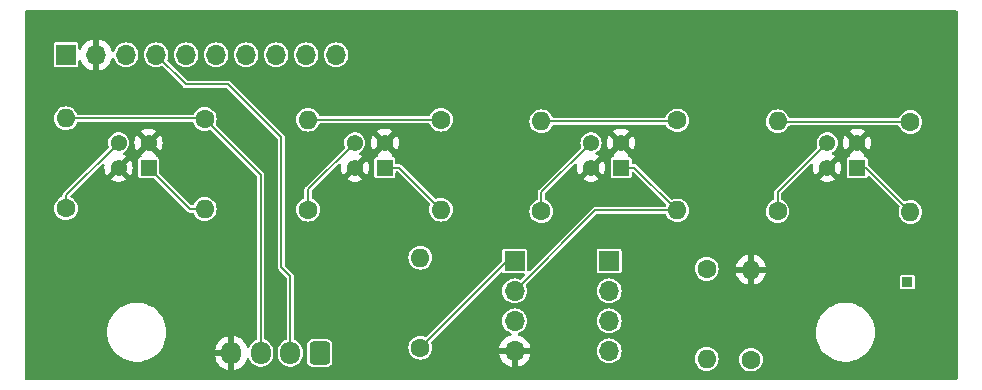
<source format=gbr>
%TF.GenerationSoftware,KiCad,Pcbnew,8.0.1*%
%TF.CreationDate,2024-10-21T16:06:20-03:00*%
%TF.ProjectId,placa_de_sensores,706c6163-615f-4646-955f-73656e736f72,rev?*%
%TF.SameCoordinates,Original*%
%TF.FileFunction,Copper,L1,Top*%
%TF.FilePolarity,Positive*%
%FSLAX46Y46*%
G04 Gerber Fmt 4.6, Leading zero omitted, Abs format (unit mm)*
G04 Created by KiCad (PCBNEW 8.0.1) date 2024-10-21 16:06:20*
%MOMM*%
%LPD*%
G01*
G04 APERTURE LIST*
G04 Aperture macros list*
%AMRoundRect*
0 Rectangle with rounded corners*
0 $1 Rounding radius*
0 $2 $3 $4 $5 $6 $7 $8 $9 X,Y pos of 4 corners*
0 Add a 4 corners polygon primitive as box body*
4,1,4,$2,$3,$4,$5,$6,$7,$8,$9,$2,$3,0*
0 Add four circle primitives for the rounded corners*
1,1,$1+$1,$2,$3*
1,1,$1+$1,$4,$5*
1,1,$1+$1,$6,$7*
1,1,$1+$1,$8,$9*
0 Add four rect primitives between the rounded corners*
20,1,$1+$1,$2,$3,$4,$5,0*
20,1,$1+$1,$4,$5,$6,$7,0*
20,1,$1+$1,$6,$7,$8,$9,0*
20,1,$1+$1,$8,$9,$2,$3,0*%
G04 Aperture macros list end*
%TA.AperFunction,ComponentPad*%
%ADD10RoundRect,0.250000X0.600000X0.725000X-0.600000X0.725000X-0.600000X-0.725000X0.600000X-0.725000X0*%
%TD*%
%TA.AperFunction,ComponentPad*%
%ADD11O,1.700000X1.950000*%
%TD*%
%TA.AperFunction,ComponentPad*%
%ADD12R,1.700000X1.700000*%
%TD*%
%TA.AperFunction,ComponentPad*%
%ADD13O,1.700000X1.700000*%
%TD*%
%TA.AperFunction,ComponentPad*%
%ADD14O,1.600000X1.600000*%
%TD*%
%TA.AperFunction,ComponentPad*%
%ADD15C,1.600000*%
%TD*%
%TA.AperFunction,ComponentPad*%
%ADD16R,0.850000X0.850000*%
%TD*%
%TA.AperFunction,ComponentPad*%
%ADD17R,1.378000X1.378000*%
%TD*%
%TA.AperFunction,ComponentPad*%
%ADD18C,1.378000*%
%TD*%
%TA.AperFunction,Conductor*%
%ADD19C,0.200000*%
%TD*%
G04 APERTURE END LIST*
D10*
%TO.P,CONEX\u00C3O-I2C1,1,Pin_1*%
%TO.N,/SCL*%
X150500000Y-75250000D03*
D11*
%TO.P,CONEX\u00C3O-I2C1,2,Pin_2*%
%TO.N,/SDA*%
X148000000Y-75250000D03*
%TO.P,CONEX\u00C3O-I2C1,3,Pin_3*%
%TO.N,+3V3*%
X145500000Y-75250000D03*
%TO.P,CONEX\u00C3O-I2C1,4,Pin_4*%
%TO.N,GND*%
X143000000Y-75250000D03*
%TD*%
D12*
%TO.P,INA122,1,Pin_1*%
%TO.N,Net-(INA122_D1-Pin_1)*%
X175000000Y-67460000D03*
D13*
%TO.P,INA122,2,Pin_2*%
%TO.N,+3V3*%
X175000000Y-70000000D03*
%TO.P,INA122,3,Pin_3*%
%TO.N,/ANA_OUT*%
X175000000Y-72540000D03*
%TO.P,INA122,4,Pin_4*%
%TO.N,Net-(INA122_D1-Pin_4)*%
X175000000Y-75080000D03*
%TD*%
D14*
%TO.P,RG,2*%
%TO.N,Net-(INA122_D1-Pin_1)*%
X159000000Y-67190000D03*
D15*
%TO.P,RG,1*%
%TO.N,Net-(INA122_E1-Pin_1)*%
X159000000Y-74810000D03*
%TD*%
D14*
%TO.P,R10,2*%
%TO.N,+3V3*%
X129000000Y-55380000D03*
D15*
%TO.P,R10,1*%
%TO.N,Net-(R10-Pad1)*%
X129000000Y-63000000D03*
%TD*%
D14*
%TO.P,R9,2*%
%TO.N,+3V3*%
X149500000Y-55500000D03*
D15*
%TO.P,R9,1*%
%TO.N,Net-(R9-Pad1)*%
X149500000Y-63120000D03*
%TD*%
%TO.P,R8,1*%
%TO.N,Net-(INA122_D1-Pin_4)*%
X187000000Y-75810000D03*
D14*
%TO.P,R8,2*%
%TO.N,GND*%
X187000000Y-68190000D03*
%TD*%
D15*
%TO.P,R7,1*%
%TO.N,+3V3*%
X183250000Y-68130000D03*
D14*
%TO.P,R7,2*%
%TO.N,Net-(INA122_D1-Pin_4)*%
X183250000Y-75750000D03*
%TD*%
D15*
%TO.P,R6,1*%
%TO.N,+3V3*%
X140750000Y-55440000D03*
D14*
%TO.P,R6,2*%
%TO.N,/A0*%
X140750000Y-63060000D03*
%TD*%
%TO.P,R5,2*%
%TO.N,/A1*%
X160750000Y-63120000D03*
D15*
%TO.P,R5,1*%
%TO.N,+3V3*%
X160750000Y-55500000D03*
%TD*%
%TO.P,R4,1*%
%TO.N,Net-(R4-Pad1)*%
X169250000Y-63250000D03*
D14*
%TO.P,R4,2*%
%TO.N,+3V3*%
X169250000Y-55630000D03*
%TD*%
D15*
%TO.P,R3,1*%
%TO.N,Net-(R3-Pad1)*%
X189250000Y-63250000D03*
D14*
%TO.P,R3,2*%
%TO.N,+3V3*%
X189250000Y-55630000D03*
%TD*%
%TO.P,R2,2*%
%TO.N,/A2*%
X180750000Y-63180000D03*
D15*
%TO.P,R2,1*%
%TO.N,+3V3*%
X180750000Y-55560000D03*
%TD*%
D14*
%TO.P,R1,2*%
%TO.N,/A3*%
X200500000Y-63310000D03*
D15*
%TO.P,R1,1*%
%TO.N,+3V3*%
X200500000Y-55690000D03*
%TD*%
D16*
%TO.P,ANA_OUT,1,Pin_1*%
%TO.N,/ANA_OUT*%
X200250000Y-69250000D03*
%TD*%
D12*
%TO.P,INA122_E1,1,Pin_1*%
%TO.N,Net-(INA122_E1-Pin_1)*%
X167000000Y-67460000D03*
D13*
%TO.P,INA122_E1,2,Pin_2*%
%TO.N,/A2*%
X167000000Y-70000000D03*
%TO.P,INA122_E1,3,Pin_3*%
%TO.N,/A1*%
X167000000Y-72540000D03*
%TO.P,INA122_E1,4,Pin_4*%
%TO.N,GND*%
X167000000Y-75080000D03*
%TD*%
%TO.P,ADS1115,10,Pin_10*%
%TO.N,/A3*%
X151870000Y-50000000D03*
%TO.P,ADS1115,9,Pin_9*%
%TO.N,/A2*%
X149330000Y-50000000D03*
%TO.P,ADS1115,8,Pin_8*%
%TO.N,/A1*%
X146790000Y-50000000D03*
%TO.P,ADS1115,7,Pin_7*%
%TO.N,/A0*%
X144250000Y-50000000D03*
%TO.P,ADS1115,6,Pin_6*%
%TO.N,/ALRT*%
X141710000Y-50000000D03*
%TO.P,ADS1115,5,Pin_5*%
%TO.N,/ADDR*%
X139170000Y-50000000D03*
%TO.P,ADS1115,4,Pin_4*%
%TO.N,/SDA*%
X136630000Y-50000000D03*
%TO.P,ADS1115,3,Pin_3*%
%TO.N,/SCL*%
X134090000Y-50000000D03*
%TO.P,ADS1115,2,Pin_2*%
%TO.N,GND*%
X131550000Y-50000000D03*
D12*
%TO.P,ADS1115,1,Pin_1*%
%TO.N,+3V3*%
X129010000Y-50000000D03*
%TD*%
D17*
%TO.P,U1,1*%
%TO.N,/A3*%
X196000000Y-59560000D03*
D18*
%TO.P,U1,2*%
%TO.N,GND*%
X193460000Y-59560000D03*
%TO.P,U1,3*%
%TO.N,Net-(R3-Pad1)*%
X193460000Y-57450000D03*
%TO.P,U1,4*%
%TO.N,GND*%
X196000000Y-57450000D03*
%TD*%
D17*
%TO.P,U2,1*%
%TO.N,/A2*%
X176000000Y-59560000D03*
D18*
%TO.P,U2,2*%
%TO.N,GND*%
X173460000Y-59560000D03*
%TO.P,U2,3*%
%TO.N,Net-(R4-Pad1)*%
X173460000Y-57450000D03*
%TO.P,U2,4*%
%TO.N,GND*%
X176000000Y-57450000D03*
%TD*%
D17*
%TO.P,U4,1*%
%TO.N,/A0*%
X136000000Y-59560000D03*
D18*
%TO.P,U4,2*%
%TO.N,GND*%
X133460000Y-59560000D03*
%TO.P,U4,3*%
%TO.N,Net-(R10-Pad1)*%
X133460000Y-57450000D03*
%TO.P,U4,4*%
%TO.N,GND*%
X136000000Y-57450000D03*
%TD*%
D17*
%TO.P,U3,1*%
%TO.N,/A1*%
X156000000Y-59560000D03*
D18*
%TO.P,U3,2*%
%TO.N,GND*%
X153460000Y-59560000D03*
%TO.P,U3,3*%
%TO.N,Net-(R9-Pad1)*%
X153460000Y-57450000D03*
%TO.P,U3,4*%
%TO.N,GND*%
X156000000Y-57450000D03*
%TD*%
D19*
%TO.N,/SDA*%
X148000000Y-75250000D02*
X148000000Y-68750000D01*
X148000000Y-68750000D02*
X147250000Y-68000000D01*
X139130000Y-52500000D02*
X136630000Y-50000000D01*
X147250000Y-57000000D02*
X142750000Y-52500000D01*
X142750000Y-52500000D02*
X139130000Y-52500000D01*
X147250000Y-68000000D02*
X147250000Y-57000000D01*
%TO.N,+3V3*%
X145500000Y-60190000D02*
X145500000Y-75250000D01*
X145500000Y-60190000D02*
X140750000Y-55440000D01*
%TO.N,Net-(R10-Pad1)*%
X129000000Y-63000000D02*
X129000000Y-61910000D01*
X129000000Y-61910000D02*
X133460000Y-57450000D01*
%TO.N,/A0*%
X139500000Y-63060000D02*
X136000000Y-59560000D01*
X140750000Y-63060000D02*
X139500000Y-63060000D01*
%TO.N,/A1*%
X157190000Y-59560000D02*
X160750000Y-63120000D01*
X156000000Y-59560000D02*
X157190000Y-59560000D01*
%TO.N,Net-(R9-Pad1)*%
X149500000Y-61410000D02*
X153460000Y-57450000D01*
X149500000Y-63120000D02*
X149500000Y-61410000D01*
%TO.N,/A2*%
X177130000Y-59560000D02*
X180750000Y-63180000D01*
X176000000Y-59560000D02*
X177130000Y-59560000D01*
%TO.N,Net-(R4-Pad1)*%
X169250000Y-63250000D02*
X169250000Y-61660000D01*
X169250000Y-61660000D02*
X173460000Y-57450000D01*
%TO.N,Net-(R3-Pad1)*%
X189250000Y-61660000D02*
X189250000Y-63250000D01*
X193460000Y-57450000D02*
X189250000Y-61660000D01*
%TO.N,/A3*%
X196750000Y-59560000D02*
X200500000Y-63310000D01*
X196000000Y-59560000D02*
X196750000Y-59560000D01*
%TO.N,+3V3*%
X180680000Y-55630000D02*
X180750000Y-55560000D01*
X169250000Y-55630000D02*
X180680000Y-55630000D01*
X140690000Y-55380000D02*
X140750000Y-55440000D01*
X129000000Y-55380000D02*
X140690000Y-55380000D01*
X149500000Y-55500000D02*
X160750000Y-55500000D01*
X200500000Y-55690000D02*
X189310000Y-55690000D01*
%TO.N,/A2*%
X173820000Y-63180000D02*
X180750000Y-63180000D01*
X167000000Y-70000000D02*
X173820000Y-63180000D01*
%TO.N,Net-(INA122_E1-Pin_1)*%
X166350000Y-67460000D02*
X159000000Y-74810000D01*
X167000000Y-67460000D02*
X166350000Y-67460000D01*
%TD*%
%TA.AperFunction,Conductor*%
%TO.N,GND*%
G36*
X204442539Y-46270185D02*
G01*
X204488294Y-46322989D01*
X204499500Y-46374500D01*
X204499500Y-77375500D01*
X204479815Y-77442539D01*
X204427011Y-77488294D01*
X204375500Y-77499500D01*
X125624500Y-77499500D01*
X125557461Y-77479815D01*
X125511706Y-77427011D01*
X125500500Y-77375500D01*
X125500500Y-73500005D01*
X132494556Y-73500005D01*
X132514310Y-73814004D01*
X132514311Y-73814011D01*
X132527570Y-73883518D01*
X132573102Y-74122206D01*
X132573270Y-74123083D01*
X132670497Y-74422316D01*
X132670499Y-74422321D01*
X132804461Y-74707003D01*
X132804464Y-74707009D01*
X132973051Y-74972661D01*
X132973054Y-74972665D01*
X133173606Y-75215090D01*
X133173608Y-75215092D01*
X133173610Y-75215094D01*
X133337005Y-75368532D01*
X133402968Y-75430476D01*
X133402978Y-75430484D01*
X133657504Y-75615408D01*
X133657509Y-75615410D01*
X133657516Y-75615416D01*
X133933234Y-75766994D01*
X133933239Y-75766996D01*
X133933241Y-75766997D01*
X133933242Y-75766998D01*
X134225771Y-75882818D01*
X134225774Y-75882819D01*
X134472351Y-75946129D01*
X134530527Y-75961066D01*
X134596010Y-75969338D01*
X134842670Y-76000499D01*
X134842679Y-76000499D01*
X134842682Y-76000500D01*
X134842684Y-76000500D01*
X135157316Y-76000500D01*
X135157318Y-76000500D01*
X135157321Y-76000499D01*
X135157329Y-76000499D01*
X135343593Y-75976968D01*
X135469473Y-75961066D01*
X135774225Y-75882819D01*
X135774228Y-75882818D01*
X136066757Y-75766998D01*
X136066758Y-75766997D01*
X136066756Y-75766997D01*
X136066766Y-75766994D01*
X136342484Y-75615416D01*
X136597030Y-75430478D01*
X136826390Y-75215094D01*
X137026947Y-74972663D01*
X137195537Y-74707007D01*
X137329503Y-74422315D01*
X137426731Y-74123079D01*
X137485688Y-73814015D01*
X137485689Y-73814004D01*
X137505444Y-73500005D01*
X137505444Y-73499994D01*
X137485689Y-73185995D01*
X137485688Y-73185988D01*
X137485688Y-73185985D01*
X137426731Y-72876921D01*
X137329503Y-72577685D01*
X137195537Y-72292993D01*
X137026947Y-72027337D01*
X136965905Y-71953550D01*
X136826393Y-71784909D01*
X136826391Y-71784907D01*
X136597031Y-71569523D01*
X136597021Y-71569515D01*
X136342495Y-71384591D01*
X136342488Y-71384586D01*
X136342484Y-71384584D01*
X136066766Y-71233006D01*
X136066763Y-71233004D01*
X136066758Y-71233002D01*
X136066757Y-71233001D01*
X135774228Y-71117181D01*
X135774225Y-71117180D01*
X135469476Y-71038934D01*
X135469463Y-71038932D01*
X135157329Y-70999500D01*
X135157318Y-70999500D01*
X134842682Y-70999500D01*
X134842670Y-70999500D01*
X134530536Y-71038932D01*
X134530523Y-71038934D01*
X134225774Y-71117180D01*
X134225771Y-71117181D01*
X133933242Y-71233001D01*
X133933241Y-71233002D01*
X133657516Y-71384584D01*
X133657504Y-71384591D01*
X133402978Y-71569515D01*
X133402968Y-71569523D01*
X133173608Y-71784907D01*
X133173606Y-71784909D01*
X132973054Y-72027334D01*
X132973051Y-72027338D01*
X132804464Y-72292990D01*
X132804461Y-72292996D01*
X132670499Y-72577678D01*
X132670497Y-72577683D01*
X132573270Y-72876916D01*
X132514311Y-73185988D01*
X132514310Y-73185995D01*
X132494556Y-73499994D01*
X132494556Y-73500005D01*
X125500500Y-73500005D01*
X125500500Y-63000000D01*
X127994659Y-63000000D01*
X128013975Y-63196129D01*
X128071188Y-63384733D01*
X128164086Y-63558532D01*
X128164090Y-63558539D01*
X128289116Y-63710883D01*
X128441460Y-63835909D01*
X128441467Y-63835913D01*
X128615266Y-63928811D01*
X128615269Y-63928811D01*
X128615273Y-63928814D01*
X128803868Y-63986024D01*
X129000000Y-64005341D01*
X129196132Y-63986024D01*
X129384727Y-63928814D01*
X129558538Y-63835910D01*
X129710883Y-63710883D01*
X129835910Y-63558538D01*
X129896744Y-63444726D01*
X129928811Y-63384733D01*
X129928811Y-63384732D01*
X129928814Y-63384727D01*
X129986024Y-63196132D01*
X130005341Y-63000000D01*
X129986024Y-62803868D01*
X129928814Y-62615273D01*
X129928811Y-62615269D01*
X129928811Y-62615266D01*
X129835913Y-62441467D01*
X129835909Y-62441460D01*
X129710883Y-62289116D01*
X129558539Y-62164090D01*
X129558532Y-62164086D01*
X129453364Y-62107873D01*
X129403520Y-62058911D01*
X129388059Y-61990774D01*
X129411890Y-61925094D01*
X129424130Y-61910840D01*
X132073206Y-59261763D01*
X132134527Y-59228280D01*
X132204219Y-59233264D01*
X132260152Y-59275136D01*
X132284569Y-59340600D01*
X132284356Y-59360887D01*
X132265906Y-59559999D01*
X132265906Y-59560000D01*
X132286237Y-59779413D01*
X132286238Y-59779415D01*
X132346539Y-59991352D01*
X132346545Y-59991367D01*
X132444762Y-60188612D01*
X132458991Y-60207454D01*
X132458992Y-60207454D01*
X133030109Y-59636336D01*
X133054644Y-59727904D01*
X133111913Y-59827097D01*
X133192903Y-59908087D01*
X133292096Y-59965356D01*
X133383662Y-59989890D01*
X132814661Y-60558889D01*
X132814662Y-60558890D01*
X132927743Y-60628907D01*
X132927749Y-60628910D01*
X133133218Y-60708508D01*
X133349825Y-60749000D01*
X133570175Y-60749000D01*
X133786781Y-60708508D01*
X133992252Y-60628909D01*
X133992253Y-60628908D01*
X134105337Y-60558889D01*
X133536338Y-59989890D01*
X133627904Y-59965356D01*
X133727097Y-59908087D01*
X133808087Y-59827097D01*
X133865356Y-59727904D01*
X133889890Y-59636337D01*
X134461006Y-60207454D01*
X134475237Y-60188609D01*
X134475239Y-60188606D01*
X134573454Y-59991367D01*
X134573460Y-59991352D01*
X134633761Y-59779415D01*
X134633762Y-59779413D01*
X134654094Y-59560000D01*
X134654094Y-59559999D01*
X134633762Y-59340586D01*
X134633761Y-59340584D01*
X134573460Y-59128647D01*
X134573454Y-59128632D01*
X134475242Y-58931396D01*
X134475237Y-58931388D01*
X134461006Y-58912544D01*
X133889890Y-59483661D01*
X133865356Y-59392096D01*
X133808087Y-59292903D01*
X133727097Y-59211913D01*
X133627904Y-59154644D01*
X133536336Y-59130109D01*
X134105337Y-58561109D01*
X134105336Y-58561108D01*
X133992256Y-58491093D01*
X133992244Y-58491087D01*
X133904616Y-58457139D01*
X133849215Y-58414566D01*
X133825625Y-58348799D01*
X133841337Y-58280719D01*
X133891361Y-58231940D01*
X133898960Y-58228241D01*
X133907200Y-58224573D01*
X134058470Y-58114669D01*
X134183585Y-57975715D01*
X134277075Y-57813785D01*
X134334855Y-57635956D01*
X134354400Y-57450000D01*
X134805906Y-57450000D01*
X134826237Y-57669413D01*
X134826238Y-57669415D01*
X134886539Y-57881352D01*
X134886545Y-57881367D01*
X134984762Y-58078612D01*
X134998991Y-58097454D01*
X134998992Y-58097454D01*
X135570109Y-57526337D01*
X135594644Y-57617904D01*
X135651913Y-57717097D01*
X135732903Y-57798087D01*
X135832096Y-57855356D01*
X135923662Y-57879890D01*
X135354661Y-58448889D01*
X135355420Y-58455431D01*
X135389825Y-58493813D01*
X135400929Y-58562795D01*
X135372976Y-58626829D01*
X135314842Y-58665586D01*
X135297197Y-58669169D01*
X135297226Y-58669311D01*
X135232770Y-58682131D01*
X135232769Y-58682132D01*
X135166447Y-58726447D01*
X135122132Y-58792769D01*
X135122131Y-58792770D01*
X135110500Y-58851247D01*
X135110500Y-60268752D01*
X135122131Y-60327229D01*
X135122132Y-60327230D01*
X135166447Y-60393552D01*
X135232769Y-60437867D01*
X135232770Y-60437868D01*
X135291247Y-60449499D01*
X135291250Y-60449500D01*
X135291252Y-60449500D01*
X136413167Y-60449500D01*
X136480206Y-60469185D01*
X136500848Y-60485819D01*
X139259540Y-63244511D01*
X139315489Y-63300460D01*
X139315491Y-63300461D01*
X139315495Y-63300464D01*
X139384004Y-63340017D01*
X139384011Y-63340021D01*
X139460438Y-63360500D01*
X139703672Y-63360500D01*
X139770711Y-63380185D01*
X139816466Y-63432989D01*
X139818787Y-63439131D01*
X139818856Y-63439103D01*
X139821185Y-63444726D01*
X139914086Y-63618532D01*
X139914090Y-63618539D01*
X140039116Y-63770883D01*
X140191460Y-63895909D01*
X140191467Y-63895913D01*
X140365266Y-63988811D01*
X140365269Y-63988811D01*
X140365273Y-63988814D01*
X140553868Y-64046024D01*
X140750000Y-64065341D01*
X140946132Y-64046024D01*
X141134727Y-63988814D01*
X141308538Y-63895910D01*
X141460883Y-63770883D01*
X141585910Y-63618538D01*
X141678814Y-63444727D01*
X141736024Y-63256132D01*
X141755341Y-63060000D01*
X141736024Y-62863868D01*
X141678814Y-62675273D01*
X141678811Y-62675269D01*
X141678811Y-62675266D01*
X141585913Y-62501467D01*
X141585909Y-62501460D01*
X141460883Y-62349116D01*
X141308539Y-62224090D01*
X141308532Y-62224086D01*
X141134733Y-62131188D01*
X141134727Y-62131186D01*
X140946132Y-62073976D01*
X140946129Y-62073975D01*
X140750000Y-62054659D01*
X140553870Y-62073975D01*
X140365266Y-62131188D01*
X140191467Y-62224086D01*
X140191460Y-62224090D01*
X140039116Y-62349116D01*
X139914090Y-62501460D01*
X139914086Y-62501467D01*
X139821185Y-62675273D01*
X139818856Y-62680897D01*
X139816739Y-62680020D01*
X139784055Y-62729917D01*
X139720249Y-62758387D01*
X139703672Y-62759500D01*
X139675833Y-62759500D01*
X139608794Y-62739815D01*
X139588152Y-62723181D01*
X136925819Y-60060848D01*
X136892334Y-59999525D01*
X136889500Y-59973167D01*
X136889500Y-58851249D01*
X136889499Y-58851247D01*
X136877868Y-58792770D01*
X136877867Y-58792769D01*
X136833552Y-58726447D01*
X136767230Y-58682132D01*
X136767229Y-58682131D01*
X136702774Y-58669311D01*
X136703065Y-58667846D01*
X136645136Y-58644448D01*
X136604782Y-58587410D01*
X136601672Y-58517609D01*
X136636792Y-58457208D01*
X136645116Y-58450794D01*
X136645337Y-58448889D01*
X136076338Y-57879890D01*
X136167904Y-57855356D01*
X136267097Y-57798087D01*
X136348087Y-57717097D01*
X136405356Y-57617904D01*
X136429890Y-57526338D01*
X137001006Y-58097454D01*
X137015237Y-58078609D01*
X137015239Y-58078606D01*
X137113454Y-57881367D01*
X137113460Y-57881352D01*
X137173761Y-57669415D01*
X137173762Y-57669413D01*
X137194094Y-57450000D01*
X137194094Y-57449999D01*
X137173762Y-57230586D01*
X137173761Y-57230584D01*
X137113460Y-57018647D01*
X137113454Y-57018632D01*
X137015242Y-56821396D01*
X137015237Y-56821388D01*
X137001006Y-56802544D01*
X136429890Y-57373661D01*
X136405356Y-57282096D01*
X136348087Y-57182903D01*
X136267097Y-57101913D01*
X136167904Y-57044644D01*
X136076338Y-57020109D01*
X136645337Y-56451109D01*
X136645336Y-56451108D01*
X136532256Y-56381093D01*
X136532250Y-56381089D01*
X136326781Y-56301491D01*
X136110175Y-56261000D01*
X135889825Y-56261000D01*
X135673218Y-56301491D01*
X135467748Y-56381090D01*
X135354661Y-56451109D01*
X135923662Y-57020109D01*
X135832096Y-57044644D01*
X135732903Y-57101913D01*
X135651913Y-57182903D01*
X135594644Y-57282096D01*
X135570109Y-57373662D01*
X134998992Y-56802545D01*
X134998991Y-56802545D01*
X134984761Y-56821390D01*
X134886545Y-57018632D01*
X134886539Y-57018647D01*
X134826238Y-57230584D01*
X134826237Y-57230586D01*
X134805906Y-57449999D01*
X134805906Y-57450000D01*
X134354400Y-57450000D01*
X134334855Y-57264044D01*
X134277075Y-57086215D01*
X134235959Y-57015000D01*
X134183586Y-56924286D01*
X134058469Y-56785330D01*
X133907204Y-56675429D01*
X133907201Y-56675427D01*
X133907200Y-56675427D01*
X133861698Y-56655168D01*
X133736390Y-56599376D01*
X133736384Y-56599374D01*
X133576265Y-56565341D01*
X133553490Y-56560500D01*
X133366510Y-56560500D01*
X133343735Y-56565341D01*
X133183615Y-56599374D01*
X133183609Y-56599376D01*
X133012800Y-56675427D01*
X133012795Y-56675429D01*
X132861530Y-56785330D01*
X132736413Y-56924286D01*
X132642925Y-57086213D01*
X132585146Y-57264039D01*
X132585145Y-57264041D01*
X132565600Y-57450000D01*
X132585145Y-57635958D01*
X132585146Y-57635960D01*
X132626388Y-57762890D01*
X132628383Y-57832731D01*
X132596138Y-57888889D01*
X128815489Y-61669540D01*
X128759541Y-61725487D01*
X128759535Y-61725495D01*
X128719982Y-61794004D01*
X128719979Y-61794009D01*
X128699500Y-61870439D01*
X128699500Y-61953671D01*
X128679815Y-62020710D01*
X128627011Y-62066465D01*
X128620871Y-62068786D01*
X128620900Y-62068855D01*
X128615269Y-62071187D01*
X128441467Y-62164086D01*
X128441460Y-62164090D01*
X128289116Y-62289116D01*
X128164090Y-62441460D01*
X128164086Y-62441467D01*
X128071188Y-62615266D01*
X128013975Y-62803870D01*
X127994659Y-63000000D01*
X125500500Y-63000000D01*
X125500500Y-55380000D01*
X127994659Y-55380000D01*
X128013975Y-55576129D01*
X128013976Y-55576132D01*
X128045973Y-55681613D01*
X128071188Y-55764733D01*
X128164086Y-55938532D01*
X128164090Y-55938539D01*
X128289116Y-56090883D01*
X128441460Y-56215909D01*
X128441467Y-56215913D01*
X128615266Y-56308811D01*
X128615269Y-56308811D01*
X128615273Y-56308814D01*
X128803868Y-56366024D01*
X129000000Y-56385341D01*
X129196132Y-56366024D01*
X129384727Y-56308814D01*
X129398428Y-56301491D01*
X129497495Y-56248538D01*
X129558538Y-56215910D01*
X129710883Y-56090883D01*
X129835910Y-55938538D01*
X129928814Y-55764727D01*
X129928815Y-55764723D01*
X129931144Y-55759103D01*
X129933260Y-55759979D01*
X129965945Y-55710083D01*
X130029751Y-55681613D01*
X130046328Y-55680500D01*
X139685470Y-55680500D01*
X139752509Y-55700185D01*
X139798264Y-55752989D01*
X139804130Y-55768503D01*
X139821186Y-55824729D01*
X139914086Y-55998532D01*
X139914090Y-55998539D01*
X140039116Y-56150883D01*
X140191460Y-56275909D01*
X140191467Y-56275913D01*
X140365266Y-56368811D01*
X140365269Y-56368811D01*
X140365273Y-56368814D01*
X140553868Y-56426024D01*
X140750000Y-56445341D01*
X140946132Y-56426024D01*
X141134727Y-56368814D01*
X141134732Y-56368811D01*
X141134736Y-56368810D01*
X141140355Y-56366483D01*
X141141232Y-56368602D01*
X141199609Y-56356429D01*
X141264861Y-56381408D01*
X141277380Y-56392351D01*
X145163181Y-60278152D01*
X145196666Y-60339475D01*
X145199500Y-60365833D01*
X145199500Y-74029563D01*
X145179815Y-74096602D01*
X145127011Y-74142357D01*
X145122953Y-74144124D01*
X145002404Y-74194057D01*
X144830342Y-74309024D01*
X144684024Y-74455342D01*
X144569057Y-74627404D01*
X144523251Y-74737990D01*
X144479409Y-74792394D01*
X144413115Y-74814458D01*
X144345416Y-74797178D01*
X144297806Y-74746041D01*
X144290759Y-74728855D01*
X144251095Y-74606782D01*
X144154620Y-74417442D01*
X144029727Y-74245540D01*
X144029723Y-74245535D01*
X143879464Y-74095276D01*
X143879459Y-74095272D01*
X143707557Y-73970379D01*
X143518215Y-73873903D01*
X143316124Y-73808241D01*
X143250000Y-73797768D01*
X143250000Y-74845854D01*
X143183343Y-74807370D01*
X143062535Y-74775000D01*
X142937465Y-74775000D01*
X142816657Y-74807370D01*
X142750000Y-74845854D01*
X142750000Y-73797768D01*
X142749999Y-73797768D01*
X142683875Y-73808241D01*
X142481784Y-73873903D01*
X142292442Y-73970379D01*
X142120540Y-74095272D01*
X142120535Y-74095276D01*
X141970276Y-74245535D01*
X141970272Y-74245540D01*
X141845379Y-74417442D01*
X141748904Y-74606782D01*
X141683242Y-74808869D01*
X141683242Y-74808872D01*
X141652970Y-75000000D01*
X142595854Y-75000000D01*
X142557370Y-75066657D01*
X142525000Y-75187465D01*
X142525000Y-75312535D01*
X142557370Y-75433343D01*
X142595854Y-75500000D01*
X141652970Y-75500000D01*
X141683242Y-75691127D01*
X141683242Y-75691130D01*
X141748904Y-75893217D01*
X141845379Y-76082557D01*
X141970272Y-76254459D01*
X141970276Y-76254464D01*
X142120535Y-76404723D01*
X142120540Y-76404727D01*
X142292442Y-76529620D01*
X142481782Y-76626095D01*
X142683871Y-76691757D01*
X142750000Y-76702231D01*
X142750000Y-75654145D01*
X142816657Y-75692630D01*
X142937465Y-75725000D01*
X143062535Y-75725000D01*
X143183343Y-75692630D01*
X143250000Y-75654145D01*
X143250000Y-76702230D01*
X143316126Y-76691757D01*
X143316129Y-76691757D01*
X143518217Y-76626095D01*
X143707557Y-76529620D01*
X143879459Y-76404727D01*
X143879464Y-76404723D01*
X144029723Y-76254464D01*
X144029727Y-76254459D01*
X144154620Y-76082557D01*
X144251095Y-75893217D01*
X144290759Y-75771144D01*
X144330196Y-75713469D01*
X144394555Y-75686270D01*
X144463401Y-75698184D01*
X144514877Y-75745428D01*
X144523251Y-75762009D01*
X144569057Y-75872596D01*
X144684024Y-76044657D01*
X144830342Y-76190975D01*
X144830345Y-76190977D01*
X145002402Y-76305941D01*
X145193580Y-76385130D01*
X145382187Y-76422646D01*
X145396530Y-76425499D01*
X145396534Y-76425500D01*
X145396535Y-76425500D01*
X145603466Y-76425500D01*
X145603467Y-76425499D01*
X145806420Y-76385130D01*
X145997598Y-76305941D01*
X146169655Y-76190977D01*
X146315977Y-76044655D01*
X146430941Y-75872598D01*
X146510130Y-75681420D01*
X146550500Y-75478465D01*
X146550500Y-75021535D01*
X146510130Y-74818580D01*
X146430941Y-74627402D01*
X146315977Y-74455345D01*
X146315975Y-74455342D01*
X146169657Y-74309024D01*
X145997595Y-74194057D01*
X145877047Y-74144124D01*
X145822643Y-74100282D01*
X145800579Y-74033988D01*
X145800500Y-74029563D01*
X145800500Y-60150439D01*
X145780020Y-60074009D01*
X145780017Y-60074004D01*
X145740464Y-60005495D01*
X145740458Y-60005487D01*
X141702351Y-55967380D01*
X141668866Y-55906057D01*
X141673850Y-55836365D01*
X141676550Y-55830383D01*
X141676483Y-55830355D01*
X141678810Y-55824736D01*
X141678811Y-55824732D01*
X141678814Y-55824727D01*
X141736024Y-55636132D01*
X141755341Y-55440000D01*
X141736024Y-55243868D01*
X141678814Y-55055273D01*
X141678811Y-55055269D01*
X141678811Y-55055266D01*
X141585913Y-54881467D01*
X141585909Y-54881460D01*
X141460883Y-54729116D01*
X141308539Y-54604090D01*
X141308532Y-54604086D01*
X141134733Y-54511188D01*
X141134727Y-54511186D01*
X140946132Y-54453976D01*
X140946129Y-54453975D01*
X140750000Y-54434659D01*
X140553870Y-54453975D01*
X140365266Y-54511188D01*
X140191467Y-54604086D01*
X140191460Y-54604090D01*
X140039116Y-54729116D01*
X139914090Y-54881460D01*
X139914085Y-54881467D01*
X139843271Y-55013953D01*
X139794309Y-55063798D01*
X139733913Y-55079500D01*
X130046328Y-55079500D01*
X129979289Y-55059815D01*
X129933534Y-55007011D01*
X129931212Y-55000868D01*
X129931144Y-55000897D01*
X129928814Y-54995273D01*
X129835913Y-54821467D01*
X129835909Y-54821460D01*
X129710883Y-54669116D01*
X129558539Y-54544090D01*
X129558532Y-54544086D01*
X129384733Y-54451188D01*
X129384727Y-54451186D01*
X129196132Y-54393976D01*
X129196129Y-54393975D01*
X129000000Y-54374659D01*
X128803870Y-54393975D01*
X128615266Y-54451188D01*
X128441467Y-54544086D01*
X128441460Y-54544090D01*
X128289116Y-54669116D01*
X128164090Y-54821460D01*
X128164086Y-54821467D01*
X128071188Y-54995266D01*
X128013975Y-55183870D01*
X127994659Y-55380000D01*
X125500500Y-55380000D01*
X125500500Y-50869752D01*
X127959500Y-50869752D01*
X127971131Y-50928229D01*
X127971132Y-50928230D01*
X128015447Y-50994552D01*
X128081769Y-51038867D01*
X128081770Y-51038868D01*
X128140247Y-51050499D01*
X128140250Y-51050500D01*
X128140252Y-51050500D01*
X129879750Y-51050500D01*
X129879751Y-51050499D01*
X129894568Y-51047552D01*
X129938229Y-51038868D01*
X129938229Y-51038867D01*
X129938231Y-51038867D01*
X130004552Y-50994552D01*
X130048867Y-50928231D01*
X130048867Y-50928229D01*
X130048868Y-50928229D01*
X130058922Y-50877682D01*
X130060500Y-50869748D01*
X130060500Y-50559456D01*
X130080185Y-50492417D01*
X130132989Y-50446662D01*
X130202147Y-50436718D01*
X130265703Y-50465743D01*
X130296882Y-50507051D01*
X130376400Y-50677578D01*
X130511894Y-50871082D01*
X130678917Y-51038105D01*
X130872421Y-51173600D01*
X131086507Y-51273429D01*
X131086516Y-51273433D01*
X131300000Y-51330634D01*
X131300000Y-50433012D01*
X131357007Y-50465925D01*
X131484174Y-50500000D01*
X131615826Y-50500000D01*
X131742993Y-50465925D01*
X131800000Y-50433012D01*
X131800000Y-51330633D01*
X132013483Y-51273433D01*
X132013492Y-51273429D01*
X132227578Y-51173600D01*
X132421082Y-51038105D01*
X132588105Y-50871082D01*
X132723600Y-50677578D01*
X132823429Y-50463492D01*
X132823433Y-50463483D01*
X132856158Y-50341350D01*
X132892522Y-50281690D01*
X132955369Y-50251160D01*
X133024745Y-50259454D01*
X133078623Y-50303939D01*
X133094593Y-50337447D01*
X133114768Y-50403954D01*
X133212315Y-50586450D01*
X133212317Y-50586452D01*
X133343589Y-50746410D01*
X133440209Y-50825702D01*
X133503550Y-50877685D01*
X133686046Y-50975232D01*
X133884066Y-51035300D01*
X133884065Y-51035300D01*
X133902529Y-51037118D01*
X134090000Y-51055583D01*
X134295934Y-51035300D01*
X134493954Y-50975232D01*
X134676450Y-50877685D01*
X134836410Y-50746410D01*
X134967685Y-50586450D01*
X135065232Y-50403954D01*
X135125300Y-50205934D01*
X135145583Y-50000000D01*
X135574417Y-50000000D01*
X135594699Y-50205932D01*
X135594700Y-50205934D01*
X135654768Y-50403954D01*
X135752315Y-50586450D01*
X135752317Y-50586452D01*
X135883589Y-50746410D01*
X135980209Y-50825702D01*
X136043550Y-50877685D01*
X136226046Y-50975232D01*
X136424066Y-51035300D01*
X136424065Y-51035300D01*
X136442529Y-51037118D01*
X136630000Y-51055583D01*
X136835934Y-51035300D01*
X137033954Y-50975232D01*
X137048191Y-50967621D01*
X137116592Y-50953379D01*
X137181837Y-50978377D01*
X137194327Y-50989298D01*
X138889540Y-52684511D01*
X138945489Y-52740460D01*
X138945491Y-52740461D01*
X138945495Y-52740464D01*
X139014004Y-52780017D01*
X139014011Y-52780021D01*
X139090438Y-52800500D01*
X142574167Y-52800500D01*
X142641206Y-52820185D01*
X142661848Y-52836819D01*
X146913181Y-57088152D01*
X146946666Y-57149475D01*
X146949500Y-57175833D01*
X146949500Y-68039562D01*
X146963152Y-68090513D01*
X146969979Y-68115990D01*
X146969980Y-68115991D01*
X147004640Y-68176024D01*
X147009540Y-68184511D01*
X147009542Y-68184513D01*
X147663181Y-68838152D01*
X147696666Y-68899475D01*
X147699500Y-68925833D01*
X147699500Y-74029563D01*
X147679815Y-74096602D01*
X147627011Y-74142357D01*
X147622953Y-74144124D01*
X147502404Y-74194057D01*
X147330342Y-74309024D01*
X147184024Y-74455342D01*
X147069058Y-74627403D01*
X146989870Y-74818579D01*
X146989868Y-74818587D01*
X146949500Y-75021530D01*
X146949500Y-75478469D01*
X146989868Y-75681412D01*
X146989870Y-75681420D01*
X147013643Y-75738814D01*
X147069059Y-75872598D01*
X147118193Y-75946132D01*
X147184024Y-76044657D01*
X147330342Y-76190975D01*
X147330345Y-76190977D01*
X147502402Y-76305941D01*
X147693580Y-76385130D01*
X147882187Y-76422646D01*
X147896530Y-76425499D01*
X147896534Y-76425500D01*
X147896535Y-76425500D01*
X148103466Y-76425500D01*
X148103467Y-76425499D01*
X148306420Y-76385130D01*
X148497598Y-76305941D01*
X148669655Y-76190977D01*
X148815977Y-76044655D01*
X148826258Y-76029269D01*
X149449500Y-76029269D01*
X149452353Y-76059699D01*
X149452353Y-76059701D01*
X149497206Y-76187880D01*
X149497207Y-76187882D01*
X149577850Y-76297150D01*
X149687118Y-76377793D01*
X149708089Y-76385131D01*
X149815299Y-76422646D01*
X149845730Y-76425500D01*
X149845734Y-76425500D01*
X151154270Y-76425500D01*
X151184699Y-76422646D01*
X151184701Y-76422646D01*
X151248790Y-76400219D01*
X151312882Y-76377793D01*
X151422150Y-76297150D01*
X151502793Y-76187882D01*
X151527209Y-76118105D01*
X151547646Y-76059701D01*
X151547646Y-76059699D01*
X151550500Y-76029269D01*
X151550500Y-74810000D01*
X157994659Y-74810000D01*
X158013975Y-75006129D01*
X158071188Y-75194733D01*
X158164086Y-75368532D01*
X158164090Y-75368539D01*
X158289116Y-75520883D01*
X158441460Y-75645909D01*
X158441467Y-75645913D01*
X158615266Y-75738811D01*
X158615269Y-75738811D01*
X158615273Y-75738814D01*
X158803868Y-75796024D01*
X159000000Y-75815341D01*
X159196132Y-75796024D01*
X159384727Y-75738814D01*
X159558538Y-75645910D01*
X159710883Y-75520883D01*
X159835910Y-75368538D01*
X159856509Y-75330000D01*
X165669364Y-75330000D01*
X165726567Y-75543486D01*
X165726570Y-75543492D01*
X165826399Y-75757578D01*
X165961894Y-75951082D01*
X166128917Y-76118105D01*
X166322421Y-76253600D01*
X166536507Y-76353429D01*
X166536516Y-76353433D01*
X166750000Y-76410634D01*
X166750000Y-75513012D01*
X166807007Y-75545925D01*
X166934174Y-75580000D01*
X167065826Y-75580000D01*
X167192993Y-75545925D01*
X167250000Y-75513012D01*
X167250000Y-76410633D01*
X167463483Y-76353433D01*
X167463492Y-76353429D01*
X167677578Y-76253600D01*
X167871082Y-76118105D01*
X168038105Y-75951082D01*
X168173600Y-75757578D01*
X168273429Y-75543492D01*
X168273432Y-75543486D01*
X168330636Y-75330000D01*
X167433012Y-75330000D01*
X167465925Y-75272993D01*
X167500000Y-75145826D01*
X167500000Y-75080000D01*
X173944417Y-75080000D01*
X173964699Y-75285932D01*
X173989757Y-75368538D01*
X174024768Y-75483954D01*
X174122315Y-75666450D01*
X174138581Y-75686270D01*
X174253589Y-75826410D01*
X174322325Y-75882819D01*
X174413550Y-75957685D01*
X174596046Y-76055232D01*
X174794066Y-76115300D01*
X174794065Y-76115300D01*
X174812529Y-76117118D01*
X175000000Y-76135583D01*
X175205934Y-76115300D01*
X175403954Y-76055232D01*
X175586450Y-75957685D01*
X175746410Y-75826410D01*
X175809118Y-75750000D01*
X182244659Y-75750000D01*
X182263975Y-75946129D01*
X182280468Y-76000499D01*
X182289195Y-76029269D01*
X182321188Y-76134733D01*
X182414086Y-76308532D01*
X182414090Y-76308539D01*
X182539116Y-76460883D01*
X182691460Y-76585909D01*
X182691467Y-76585913D01*
X182865266Y-76678811D01*
X182865269Y-76678811D01*
X182865273Y-76678814D01*
X183053868Y-76736024D01*
X183250000Y-76755341D01*
X183446132Y-76736024D01*
X183634727Y-76678814D01*
X183808538Y-76585910D01*
X183960883Y-76460883D01*
X184085910Y-76308538D01*
X184150403Y-76187880D01*
X184178811Y-76134733D01*
X184178811Y-76134732D01*
X184178814Y-76134727D01*
X184236024Y-75946132D01*
X184249432Y-75810000D01*
X185994659Y-75810000D01*
X186013975Y-76006129D01*
X186013976Y-76006132D01*
X186070048Y-76190977D01*
X186071188Y-76194733D01*
X186164086Y-76368532D01*
X186164090Y-76368539D01*
X186289116Y-76520883D01*
X186441460Y-76645909D01*
X186441467Y-76645913D01*
X186615266Y-76738811D01*
X186615269Y-76738811D01*
X186615273Y-76738814D01*
X186803868Y-76796024D01*
X187000000Y-76815341D01*
X187196132Y-76796024D01*
X187384727Y-76738814D01*
X187558538Y-76645910D01*
X187710883Y-76520883D01*
X187835910Y-76368538D01*
X187928814Y-76194727D01*
X187986024Y-76006132D01*
X188005341Y-75810000D01*
X187986024Y-75613868D01*
X187928814Y-75425273D01*
X187928811Y-75425269D01*
X187928811Y-75425266D01*
X187835913Y-75251467D01*
X187835909Y-75251460D01*
X187710883Y-75099116D01*
X187558539Y-74974090D01*
X187558532Y-74974086D01*
X187384733Y-74881188D01*
X187384727Y-74881186D01*
X187258997Y-74843046D01*
X187196129Y-74823975D01*
X187000000Y-74804659D01*
X186803870Y-74823975D01*
X186615266Y-74881188D01*
X186441467Y-74974086D01*
X186441460Y-74974090D01*
X186289116Y-75099116D01*
X186164090Y-75251460D01*
X186164086Y-75251467D01*
X186071188Y-75425266D01*
X186013975Y-75613870D01*
X185994659Y-75810000D01*
X184249432Y-75810000D01*
X184255341Y-75750000D01*
X184236024Y-75553868D01*
X184178814Y-75365273D01*
X184178811Y-75365269D01*
X184178811Y-75365266D01*
X184085913Y-75191467D01*
X184085909Y-75191460D01*
X183960883Y-75039116D01*
X183808539Y-74914090D01*
X183808532Y-74914086D01*
X183634733Y-74821188D01*
X183634727Y-74821186D01*
X183446132Y-74763976D01*
X183446129Y-74763975D01*
X183250000Y-74744659D01*
X183053870Y-74763975D01*
X182865266Y-74821188D01*
X182691467Y-74914086D01*
X182691460Y-74914090D01*
X182539116Y-75039116D01*
X182414090Y-75191460D01*
X182414086Y-75191467D01*
X182321188Y-75365266D01*
X182263975Y-75553870D01*
X182244659Y-75750000D01*
X175809118Y-75750000D01*
X175877685Y-75666450D01*
X175975232Y-75483954D01*
X176035300Y-75285934D01*
X176055583Y-75080000D01*
X176035300Y-74874066D01*
X175975232Y-74676046D01*
X175877685Y-74493550D01*
X175768378Y-74360358D01*
X175746410Y-74333589D01*
X175600302Y-74213683D01*
X175586450Y-74202315D01*
X175403954Y-74104768D01*
X175205934Y-74044700D01*
X175205932Y-74044699D01*
X175205934Y-74044699D01*
X175000000Y-74024417D01*
X174794067Y-74044699D01*
X174596043Y-74104769D01*
X174485898Y-74163643D01*
X174413550Y-74202315D01*
X174413548Y-74202316D01*
X174413547Y-74202317D01*
X174253589Y-74333589D01*
X174122317Y-74493547D01*
X174024769Y-74676043D01*
X173964699Y-74874067D01*
X173944417Y-75080000D01*
X167500000Y-75080000D01*
X167500000Y-75014174D01*
X167465925Y-74887007D01*
X167433012Y-74830000D01*
X168330636Y-74830000D01*
X168330635Y-74829999D01*
X168273432Y-74616513D01*
X168273429Y-74616507D01*
X168173600Y-74402422D01*
X168173599Y-74402420D01*
X168038113Y-74208926D01*
X168038108Y-74208920D01*
X167871082Y-74041894D01*
X167677578Y-73906399D01*
X167463492Y-73806570D01*
X167463486Y-73806567D01*
X167341349Y-73773841D01*
X167281689Y-73737476D01*
X167251160Y-73674629D01*
X167259455Y-73605253D01*
X167303940Y-73551375D01*
X167337444Y-73535407D01*
X167403954Y-73515232D01*
X167586450Y-73417685D01*
X167746410Y-73286410D01*
X167877685Y-73126450D01*
X167975232Y-72943954D01*
X168035300Y-72745934D01*
X168055583Y-72540000D01*
X173944417Y-72540000D01*
X173964699Y-72745932D01*
X173964700Y-72745934D01*
X174024768Y-72943954D01*
X174122315Y-73126450D01*
X174122317Y-73126452D01*
X174253589Y-73286410D01*
X174350209Y-73365702D01*
X174413550Y-73417685D01*
X174596046Y-73515232D01*
X174794066Y-73575300D01*
X174794065Y-73575300D01*
X174812529Y-73577118D01*
X175000000Y-73595583D01*
X175205934Y-73575300D01*
X175403954Y-73515232D01*
X175432441Y-73500005D01*
X192494556Y-73500005D01*
X192514310Y-73814004D01*
X192514311Y-73814011D01*
X192527570Y-73883518D01*
X192573102Y-74122206D01*
X192573270Y-74123083D01*
X192670497Y-74422316D01*
X192670499Y-74422321D01*
X192804461Y-74707003D01*
X192804464Y-74707009D01*
X192973051Y-74972661D01*
X192973054Y-74972665D01*
X193173606Y-75215090D01*
X193173608Y-75215092D01*
X193173610Y-75215094D01*
X193337005Y-75368532D01*
X193402968Y-75430476D01*
X193402978Y-75430484D01*
X193657504Y-75615408D01*
X193657509Y-75615410D01*
X193657516Y-75615416D01*
X193933234Y-75766994D01*
X193933239Y-75766996D01*
X193933241Y-75766997D01*
X193933242Y-75766998D01*
X194225771Y-75882818D01*
X194225774Y-75882819D01*
X194472351Y-75946129D01*
X194530527Y-75961066D01*
X194596010Y-75969338D01*
X194842670Y-76000499D01*
X194842679Y-76000499D01*
X194842682Y-76000500D01*
X194842684Y-76000500D01*
X195157316Y-76000500D01*
X195157318Y-76000500D01*
X195157321Y-76000499D01*
X195157329Y-76000499D01*
X195343593Y-75976968D01*
X195469473Y-75961066D01*
X195774225Y-75882819D01*
X195774228Y-75882818D01*
X196066757Y-75766998D01*
X196066758Y-75766997D01*
X196066756Y-75766997D01*
X196066766Y-75766994D01*
X196342484Y-75615416D01*
X196597030Y-75430478D01*
X196826390Y-75215094D01*
X197026947Y-74972663D01*
X197195537Y-74707007D01*
X197329503Y-74422315D01*
X197426731Y-74123079D01*
X197485688Y-73814015D01*
X197485689Y-73814004D01*
X197505444Y-73500005D01*
X197505444Y-73499994D01*
X197485689Y-73185995D01*
X197485688Y-73185988D01*
X197485688Y-73185985D01*
X197426731Y-72876921D01*
X197329503Y-72577685D01*
X197195537Y-72292993D01*
X197026947Y-72027337D01*
X196965905Y-71953550D01*
X196826393Y-71784909D01*
X196826391Y-71784907D01*
X196597031Y-71569523D01*
X196597021Y-71569515D01*
X196342495Y-71384591D01*
X196342488Y-71384586D01*
X196342484Y-71384584D01*
X196066766Y-71233006D01*
X196066763Y-71233004D01*
X196066758Y-71233002D01*
X196066757Y-71233001D01*
X195774228Y-71117181D01*
X195774225Y-71117180D01*
X195469476Y-71038934D01*
X195469463Y-71038932D01*
X195157329Y-70999500D01*
X195157318Y-70999500D01*
X194842682Y-70999500D01*
X194842670Y-70999500D01*
X194530536Y-71038932D01*
X194530523Y-71038934D01*
X194225774Y-71117180D01*
X194225771Y-71117181D01*
X193933242Y-71233001D01*
X193933241Y-71233002D01*
X193657516Y-71384584D01*
X193657504Y-71384591D01*
X193402978Y-71569515D01*
X193402968Y-71569523D01*
X193173608Y-71784907D01*
X193173606Y-71784909D01*
X192973054Y-72027334D01*
X192973051Y-72027338D01*
X192804464Y-72292990D01*
X192804461Y-72292996D01*
X192670499Y-72577678D01*
X192670497Y-72577683D01*
X192573270Y-72876916D01*
X192514311Y-73185988D01*
X192514310Y-73185995D01*
X192494556Y-73499994D01*
X192494556Y-73500005D01*
X175432441Y-73500005D01*
X175586450Y-73417685D01*
X175746410Y-73286410D01*
X175877685Y-73126450D01*
X175975232Y-72943954D01*
X176035300Y-72745934D01*
X176055583Y-72540000D01*
X176035300Y-72334066D01*
X175975232Y-72136046D01*
X175877685Y-71953550D01*
X175825702Y-71890209D01*
X175746410Y-71793589D01*
X175586452Y-71662317D01*
X175586453Y-71662317D01*
X175586450Y-71662315D01*
X175403954Y-71564768D01*
X175205934Y-71504700D01*
X175205932Y-71504699D01*
X175205934Y-71504699D01*
X175000000Y-71484417D01*
X174794067Y-71504699D01*
X174596043Y-71564769D01*
X174485898Y-71623643D01*
X174413550Y-71662315D01*
X174413548Y-71662316D01*
X174413547Y-71662317D01*
X174253589Y-71793589D01*
X174122317Y-71953547D01*
X174024769Y-72136043D01*
X173964699Y-72334067D01*
X173944417Y-72540000D01*
X168055583Y-72540000D01*
X168035300Y-72334066D01*
X167975232Y-72136046D01*
X167877685Y-71953550D01*
X167825702Y-71890209D01*
X167746410Y-71793589D01*
X167586452Y-71662317D01*
X167586453Y-71662317D01*
X167586450Y-71662315D01*
X167403954Y-71564768D01*
X167205934Y-71504700D01*
X167205932Y-71504699D01*
X167205934Y-71504699D01*
X167000000Y-71484417D01*
X166794067Y-71504699D01*
X166596043Y-71564769D01*
X166485898Y-71623643D01*
X166413550Y-71662315D01*
X166413548Y-71662316D01*
X166413547Y-71662317D01*
X166253589Y-71793589D01*
X166122317Y-71953547D01*
X166024769Y-72136043D01*
X165964699Y-72334067D01*
X165944417Y-72540000D01*
X165964699Y-72745932D01*
X165964700Y-72745934D01*
X166024768Y-72943954D01*
X166122315Y-73126450D01*
X166122317Y-73126452D01*
X166253589Y-73286410D01*
X166350209Y-73365702D01*
X166413550Y-73417685D01*
X166596046Y-73515232D01*
X166662551Y-73535405D01*
X166720989Y-73573702D01*
X166749446Y-73637514D01*
X166738887Y-73706581D01*
X166692663Y-73758975D01*
X166658650Y-73773841D01*
X166536514Y-73806567D01*
X166536507Y-73806570D01*
X166322422Y-73906399D01*
X166322420Y-73906400D01*
X166128926Y-74041886D01*
X166128920Y-74041891D01*
X165961891Y-74208920D01*
X165961886Y-74208926D01*
X165826400Y-74402420D01*
X165826399Y-74402422D01*
X165726570Y-74616507D01*
X165726567Y-74616513D01*
X165669364Y-74829999D01*
X165669364Y-74830000D01*
X166566988Y-74830000D01*
X166534075Y-74887007D01*
X166500000Y-75014174D01*
X166500000Y-75145826D01*
X166534075Y-75272993D01*
X166566988Y-75330000D01*
X165669364Y-75330000D01*
X159856509Y-75330000D01*
X159898486Y-75251467D01*
X159928811Y-75194733D01*
X159928811Y-75194732D01*
X159928814Y-75194727D01*
X159986024Y-75006132D01*
X160005341Y-74810000D01*
X159986024Y-74613868D01*
X159928814Y-74425273D01*
X159928811Y-74425268D01*
X159928809Y-74425260D01*
X159926482Y-74419641D01*
X159928596Y-74418765D01*
X159916431Y-74360358D01*
X159941427Y-74295112D01*
X159952343Y-74282626D01*
X165808475Y-68426495D01*
X165869796Y-68393012D01*
X165939488Y-68397996D01*
X165995421Y-68439868D01*
X165999254Y-68445284D01*
X166005446Y-68454551D01*
X166071769Y-68498867D01*
X166071770Y-68498868D01*
X166130247Y-68510499D01*
X166130250Y-68510500D01*
X167765166Y-68510500D01*
X167832205Y-68530185D01*
X167877960Y-68582989D01*
X167887904Y-68652147D01*
X167858879Y-68715703D01*
X167852847Y-68722181D01*
X167564326Y-69010701D01*
X167503003Y-69044186D01*
X167433311Y-69039202D01*
X167418193Y-69032379D01*
X167403956Y-69024769D01*
X167403955Y-69024768D01*
X167403954Y-69024768D01*
X167205934Y-68964700D01*
X167205932Y-68964699D01*
X167205934Y-68964699D01*
X167000000Y-68944417D01*
X166794067Y-68964699D01*
X166596043Y-69024769D01*
X166485898Y-69083643D01*
X166413550Y-69122315D01*
X166413548Y-69122316D01*
X166413547Y-69122317D01*
X166253589Y-69253589D01*
X166122317Y-69413547D01*
X166024769Y-69596043D01*
X165964699Y-69794067D01*
X165944417Y-70000000D01*
X165964699Y-70205932D01*
X165964700Y-70205934D01*
X166024768Y-70403954D01*
X166122315Y-70586450D01*
X166122317Y-70586452D01*
X166253589Y-70746410D01*
X166350209Y-70825702D01*
X166413550Y-70877685D01*
X166596046Y-70975232D01*
X166794066Y-71035300D01*
X166794065Y-71035300D01*
X166812529Y-71037118D01*
X167000000Y-71055583D01*
X167205934Y-71035300D01*
X167403954Y-70975232D01*
X167586450Y-70877685D01*
X167746410Y-70746410D01*
X167877685Y-70586450D01*
X167975232Y-70403954D01*
X168035300Y-70205934D01*
X168055583Y-70000000D01*
X173944417Y-70000000D01*
X173964699Y-70205932D01*
X173964700Y-70205934D01*
X174024768Y-70403954D01*
X174122315Y-70586450D01*
X174122317Y-70586452D01*
X174253589Y-70746410D01*
X174350209Y-70825702D01*
X174413550Y-70877685D01*
X174596046Y-70975232D01*
X174794066Y-71035300D01*
X174794065Y-71035300D01*
X174812529Y-71037118D01*
X175000000Y-71055583D01*
X175205934Y-71035300D01*
X175403954Y-70975232D01*
X175586450Y-70877685D01*
X175746410Y-70746410D01*
X175877685Y-70586450D01*
X175975232Y-70403954D01*
X176035300Y-70205934D01*
X176055583Y-70000000D01*
X176035300Y-69794066D01*
X176005174Y-69694752D01*
X199624500Y-69694752D01*
X199636131Y-69753229D01*
X199636132Y-69753230D01*
X199680447Y-69819552D01*
X199746769Y-69863867D01*
X199746770Y-69863868D01*
X199805247Y-69875499D01*
X199805250Y-69875500D01*
X199805252Y-69875500D01*
X200694750Y-69875500D01*
X200694751Y-69875499D01*
X200709568Y-69872552D01*
X200753229Y-69863868D01*
X200753229Y-69863867D01*
X200753231Y-69863867D01*
X200819552Y-69819552D01*
X200863867Y-69753231D01*
X200863867Y-69753229D01*
X200863868Y-69753229D01*
X200875499Y-69694752D01*
X200875500Y-69694750D01*
X200875500Y-68805249D01*
X200875499Y-68805247D01*
X200863868Y-68746770D01*
X200863867Y-68746769D01*
X200819552Y-68680447D01*
X200753230Y-68636132D01*
X200753229Y-68636131D01*
X200694752Y-68624500D01*
X200694748Y-68624500D01*
X199805252Y-68624500D01*
X199805247Y-68624500D01*
X199746770Y-68636131D01*
X199746769Y-68636132D01*
X199680447Y-68680447D01*
X199636132Y-68746769D01*
X199636131Y-68746770D01*
X199624500Y-68805247D01*
X199624500Y-69694752D01*
X176005174Y-69694752D01*
X175975232Y-69596046D01*
X175877685Y-69413550D01*
X175801021Y-69320134D01*
X175746410Y-69253589D01*
X175586452Y-69122317D01*
X175586453Y-69122317D01*
X175586450Y-69122315D01*
X175403954Y-69024768D01*
X175205934Y-68964700D01*
X175205932Y-68964699D01*
X175205934Y-68964699D01*
X175000000Y-68944417D01*
X174794067Y-68964699D01*
X174596043Y-69024769D01*
X174485898Y-69083643D01*
X174413550Y-69122315D01*
X174413548Y-69122316D01*
X174413547Y-69122317D01*
X174253589Y-69253589D01*
X174122317Y-69413547D01*
X174024769Y-69596043D01*
X173964699Y-69794067D01*
X173944417Y-70000000D01*
X168055583Y-70000000D01*
X168035300Y-69794066D01*
X167975232Y-69596046D01*
X167972264Y-69590493D01*
X167967620Y-69581804D01*
X167953379Y-69513401D01*
X167978380Y-69448157D01*
X167989290Y-69435679D01*
X169095217Y-68329752D01*
X173949500Y-68329752D01*
X173961131Y-68388229D01*
X173961132Y-68388230D01*
X174005447Y-68454552D01*
X174071769Y-68498867D01*
X174071770Y-68498868D01*
X174130247Y-68510499D01*
X174130250Y-68510500D01*
X174130252Y-68510500D01*
X175869750Y-68510500D01*
X175869751Y-68510499D01*
X175884568Y-68507552D01*
X175928229Y-68498868D01*
X175928229Y-68498867D01*
X175928231Y-68498867D01*
X175994552Y-68454552D01*
X176038867Y-68388231D01*
X176038867Y-68388229D01*
X176038868Y-68388229D01*
X176050499Y-68329752D01*
X176050500Y-68329750D01*
X176050500Y-68130000D01*
X182244659Y-68130000D01*
X182263975Y-68326129D01*
X182265074Y-68329752D01*
X182319903Y-68510499D01*
X182321188Y-68514733D01*
X182414086Y-68688532D01*
X182414090Y-68688539D01*
X182539116Y-68840883D01*
X182691460Y-68965909D01*
X182691467Y-68965913D01*
X182865266Y-69058811D01*
X182865269Y-69058811D01*
X182865273Y-69058814D01*
X183053868Y-69116024D01*
X183250000Y-69135341D01*
X183446132Y-69116024D01*
X183634727Y-69058814D01*
X183671419Y-69039202D01*
X183808532Y-68965913D01*
X183808538Y-68965910D01*
X183960883Y-68840883D01*
X184085910Y-68688538D01*
X184178814Y-68514727D01*
X184236024Y-68326132D01*
X184255341Y-68130000D01*
X184236628Y-67939999D01*
X185721127Y-67939999D01*
X185721128Y-67940000D01*
X186684314Y-67940000D01*
X186679920Y-67944394D01*
X186627259Y-68035606D01*
X186600000Y-68137339D01*
X186600000Y-68242661D01*
X186627259Y-68344394D01*
X186679920Y-68435606D01*
X186684314Y-68440000D01*
X185721128Y-68440000D01*
X185773730Y-68636317D01*
X185773734Y-68636326D01*
X185869865Y-68842482D01*
X186000342Y-69028820D01*
X186161179Y-69189657D01*
X186347517Y-69320134D01*
X186553673Y-69416265D01*
X186553682Y-69416269D01*
X186749999Y-69468872D01*
X186750000Y-69468871D01*
X186750000Y-68505686D01*
X186754394Y-68510080D01*
X186845606Y-68562741D01*
X186947339Y-68590000D01*
X187052661Y-68590000D01*
X187154394Y-68562741D01*
X187245606Y-68510080D01*
X187250000Y-68505686D01*
X187250000Y-69468872D01*
X187446317Y-69416269D01*
X187446326Y-69416265D01*
X187652482Y-69320134D01*
X187838820Y-69189657D01*
X187999657Y-69028820D01*
X188130134Y-68842482D01*
X188226265Y-68636326D01*
X188226269Y-68636317D01*
X188278872Y-68440000D01*
X187315686Y-68440000D01*
X187320080Y-68435606D01*
X187372741Y-68344394D01*
X187400000Y-68242661D01*
X187400000Y-68137339D01*
X187372741Y-68035606D01*
X187320080Y-67944394D01*
X187315686Y-67940000D01*
X188278872Y-67940000D01*
X188278872Y-67939999D01*
X188226269Y-67743682D01*
X188226265Y-67743673D01*
X188130134Y-67537517D01*
X187999657Y-67351179D01*
X187838820Y-67190342D01*
X187652482Y-67059865D01*
X187446328Y-66963734D01*
X187250000Y-66911127D01*
X187250000Y-67874314D01*
X187245606Y-67869920D01*
X187154394Y-67817259D01*
X187052661Y-67790000D01*
X186947339Y-67790000D01*
X186845606Y-67817259D01*
X186754394Y-67869920D01*
X186750000Y-67874314D01*
X186750000Y-66911127D01*
X186553671Y-66963734D01*
X186347517Y-67059865D01*
X186161179Y-67190342D01*
X186000342Y-67351179D01*
X185869865Y-67537517D01*
X185773734Y-67743673D01*
X185773730Y-67743682D01*
X185721127Y-67939999D01*
X184236628Y-67939999D01*
X184236024Y-67933868D01*
X184178814Y-67745273D01*
X184178811Y-67745269D01*
X184178811Y-67745266D01*
X184085913Y-67571467D01*
X184085909Y-67571460D01*
X183960883Y-67419116D01*
X183808539Y-67294090D01*
X183808532Y-67294086D01*
X183634733Y-67201188D01*
X183634727Y-67201186D01*
X183446132Y-67143976D01*
X183446129Y-67143975D01*
X183250000Y-67124659D01*
X183053870Y-67143975D01*
X182865266Y-67201188D01*
X182691467Y-67294086D01*
X182691460Y-67294090D01*
X182539116Y-67419116D01*
X182414090Y-67571460D01*
X182414086Y-67571467D01*
X182321188Y-67745266D01*
X182263975Y-67933870D01*
X182244659Y-68130000D01*
X176050500Y-68130000D01*
X176050500Y-66590249D01*
X176050499Y-66590247D01*
X176038868Y-66531770D01*
X176038867Y-66531769D01*
X175994552Y-66465447D01*
X175928230Y-66421132D01*
X175928229Y-66421131D01*
X175869752Y-66409500D01*
X175869748Y-66409500D01*
X174130252Y-66409500D01*
X174130247Y-66409500D01*
X174071770Y-66421131D01*
X174071769Y-66421132D01*
X174005447Y-66465447D01*
X173961132Y-66531769D01*
X173961131Y-66531770D01*
X173949500Y-66590247D01*
X173949500Y-68329752D01*
X169095217Y-68329752D01*
X173908152Y-63516819D01*
X173969475Y-63483334D01*
X173995833Y-63480500D01*
X179703672Y-63480500D01*
X179770711Y-63500185D01*
X179816466Y-63552989D01*
X179818787Y-63559131D01*
X179818856Y-63559103D01*
X179821185Y-63564726D01*
X179914086Y-63738532D01*
X179914090Y-63738539D01*
X180039116Y-63890883D01*
X180191460Y-64015909D01*
X180191467Y-64015913D01*
X180365266Y-64108811D01*
X180365269Y-64108811D01*
X180365273Y-64108814D01*
X180553868Y-64166024D01*
X180750000Y-64185341D01*
X180946132Y-64166024D01*
X181134727Y-64108814D01*
X181177578Y-64085910D01*
X181308532Y-64015913D01*
X181308538Y-64015910D01*
X181460883Y-63890883D01*
X181585910Y-63738538D01*
X181678814Y-63564727D01*
X181736024Y-63376132D01*
X181748447Y-63250000D01*
X188244659Y-63250000D01*
X188263975Y-63446129D01*
X188263976Y-63446132D01*
X188316275Y-63618539D01*
X188321188Y-63634733D01*
X188414086Y-63808532D01*
X188414090Y-63808539D01*
X188539116Y-63960883D01*
X188691460Y-64085909D01*
X188691467Y-64085913D01*
X188865266Y-64178811D01*
X188865269Y-64178811D01*
X188865273Y-64178814D01*
X189053868Y-64236024D01*
X189250000Y-64255341D01*
X189446132Y-64236024D01*
X189634727Y-64178814D01*
X189658656Y-64166024D01*
X189734770Y-64125340D01*
X189808538Y-64085910D01*
X189960883Y-63960883D01*
X190085910Y-63808538D01*
X190178814Y-63634727D01*
X190236024Y-63446132D01*
X190255341Y-63250000D01*
X190236024Y-63053868D01*
X190178814Y-62865273D01*
X190178811Y-62865269D01*
X190178811Y-62865266D01*
X190085913Y-62691467D01*
X190085909Y-62691460D01*
X189960883Y-62539116D01*
X189808539Y-62414090D01*
X189808532Y-62414086D01*
X189634730Y-62321187D01*
X189629100Y-62318855D01*
X189629974Y-62316744D01*
X189580058Y-62284024D01*
X189551608Y-62220209D01*
X189550500Y-62203671D01*
X189550500Y-61835832D01*
X189570185Y-61768793D01*
X189586814Y-61748156D01*
X192073206Y-59261763D01*
X192134527Y-59228280D01*
X192204219Y-59233264D01*
X192260152Y-59275136D01*
X192284569Y-59340600D01*
X192284356Y-59360887D01*
X192265906Y-59559999D01*
X192265906Y-59560000D01*
X192286237Y-59779413D01*
X192286238Y-59779415D01*
X192346539Y-59991352D01*
X192346545Y-59991367D01*
X192444762Y-60188612D01*
X192458991Y-60207454D01*
X192458992Y-60207454D01*
X193030109Y-59636336D01*
X193054644Y-59727904D01*
X193111913Y-59827097D01*
X193192903Y-59908087D01*
X193292096Y-59965356D01*
X193383662Y-59989890D01*
X192814661Y-60558889D01*
X192814662Y-60558890D01*
X192927743Y-60628907D01*
X192927749Y-60628910D01*
X193133218Y-60708508D01*
X193349825Y-60749000D01*
X193570175Y-60749000D01*
X193786781Y-60708508D01*
X193992252Y-60628909D01*
X193992253Y-60628908D01*
X194105337Y-60558889D01*
X193536338Y-59989890D01*
X193627904Y-59965356D01*
X193727097Y-59908087D01*
X193808087Y-59827097D01*
X193865356Y-59727904D01*
X193889890Y-59636337D01*
X194461006Y-60207454D01*
X194475237Y-60188609D01*
X194475239Y-60188606D01*
X194573454Y-59991367D01*
X194573460Y-59991352D01*
X194633761Y-59779415D01*
X194633762Y-59779413D01*
X194654094Y-59560000D01*
X194654094Y-59559999D01*
X194633762Y-59340586D01*
X194633761Y-59340584D01*
X194573460Y-59128647D01*
X194573454Y-59128632D01*
X194475242Y-58931396D01*
X194475237Y-58931388D01*
X194461006Y-58912544D01*
X193889890Y-59483661D01*
X193865356Y-59392096D01*
X193808087Y-59292903D01*
X193727097Y-59211913D01*
X193627904Y-59154644D01*
X193536336Y-59130109D01*
X194105337Y-58561109D01*
X194105336Y-58561108D01*
X193992256Y-58491093D01*
X193992244Y-58491087D01*
X193904616Y-58457139D01*
X193849215Y-58414566D01*
X193825625Y-58348799D01*
X193841337Y-58280719D01*
X193891361Y-58231940D01*
X193898960Y-58228241D01*
X193907200Y-58224573D01*
X194058470Y-58114669D01*
X194183585Y-57975715D01*
X194277075Y-57813785D01*
X194334855Y-57635956D01*
X194354400Y-57450000D01*
X194805906Y-57450000D01*
X194826237Y-57669413D01*
X194826238Y-57669415D01*
X194886539Y-57881352D01*
X194886545Y-57881367D01*
X194984762Y-58078612D01*
X194998991Y-58097454D01*
X194998992Y-58097454D01*
X195570109Y-57526337D01*
X195594644Y-57617904D01*
X195651913Y-57717097D01*
X195732903Y-57798087D01*
X195832096Y-57855356D01*
X195923662Y-57879890D01*
X195354661Y-58448889D01*
X195355420Y-58455431D01*
X195389825Y-58493813D01*
X195400929Y-58562795D01*
X195372976Y-58626829D01*
X195314842Y-58665586D01*
X195297197Y-58669169D01*
X195297226Y-58669311D01*
X195232770Y-58682131D01*
X195232769Y-58682132D01*
X195166447Y-58726447D01*
X195122132Y-58792769D01*
X195122131Y-58792770D01*
X195110500Y-58851247D01*
X195110500Y-60268752D01*
X195122131Y-60327229D01*
X195122132Y-60327230D01*
X195166447Y-60393552D01*
X195232769Y-60437867D01*
X195232770Y-60437868D01*
X195291247Y-60449499D01*
X195291250Y-60449500D01*
X195291252Y-60449500D01*
X196708750Y-60449500D01*
X196708751Y-60449499D01*
X196723568Y-60446552D01*
X196767229Y-60437868D01*
X196767229Y-60437867D01*
X196767231Y-60437867D01*
X196833552Y-60393552D01*
X196877867Y-60327231D01*
X196877867Y-60327228D01*
X196879796Y-60324342D01*
X196933408Y-60279536D01*
X197002733Y-60270829D01*
X197065761Y-60300983D01*
X197070580Y-60305551D01*
X199547648Y-62782619D01*
X199581133Y-62843942D01*
X199576149Y-62913634D01*
X199573449Y-62919618D01*
X199573517Y-62919646D01*
X199571188Y-62925267D01*
X199513975Y-63113870D01*
X199494659Y-63310000D01*
X199513975Y-63506129D01*
X199513976Y-63506132D01*
X199566275Y-63678539D01*
X199571188Y-63694733D01*
X199664086Y-63868532D01*
X199664090Y-63868539D01*
X199789116Y-64020883D01*
X199941460Y-64145909D01*
X199941467Y-64145913D01*
X200115266Y-64238811D01*
X200115269Y-64238811D01*
X200115273Y-64238814D01*
X200303868Y-64296024D01*
X200500000Y-64315341D01*
X200696132Y-64296024D01*
X200884727Y-64238814D01*
X201058538Y-64145910D01*
X201210883Y-64020883D01*
X201335910Y-63868538D01*
X201405400Y-63738532D01*
X201428811Y-63694733D01*
X201428811Y-63694732D01*
X201428814Y-63694727D01*
X201486024Y-63506132D01*
X201505341Y-63310000D01*
X201486024Y-63113868D01*
X201428814Y-62925273D01*
X201428811Y-62925267D01*
X201428811Y-62925266D01*
X201335913Y-62751467D01*
X201335909Y-62751460D01*
X201210883Y-62599116D01*
X201058539Y-62474090D01*
X201058532Y-62474086D01*
X200884733Y-62381188D01*
X200884727Y-62381186D01*
X200696132Y-62323976D01*
X200696129Y-62323975D01*
X200500000Y-62304659D01*
X200303870Y-62323975D01*
X200192867Y-62357648D01*
X200115273Y-62381186D01*
X200115272Y-62381186D01*
X200115267Y-62381188D01*
X200109646Y-62383517D01*
X200108773Y-62381411D01*
X200050308Y-62393564D01*
X199985073Y-62368541D01*
X199972619Y-62357648D01*
X196928764Y-59313793D01*
X196930549Y-59312007D01*
X196896809Y-59265794D01*
X196889500Y-59223852D01*
X196889500Y-58851249D01*
X196889499Y-58851247D01*
X196877868Y-58792770D01*
X196877867Y-58792769D01*
X196833552Y-58726447D01*
X196767230Y-58682132D01*
X196767229Y-58682131D01*
X196702774Y-58669311D01*
X196703065Y-58667846D01*
X196645136Y-58644448D01*
X196604782Y-58587410D01*
X196601672Y-58517609D01*
X196636792Y-58457208D01*
X196645116Y-58450794D01*
X196645337Y-58448889D01*
X196076338Y-57879890D01*
X196167904Y-57855356D01*
X196267097Y-57798087D01*
X196348087Y-57717097D01*
X196405356Y-57617904D01*
X196429890Y-57526338D01*
X197001006Y-58097454D01*
X197015237Y-58078609D01*
X197015239Y-58078606D01*
X197113454Y-57881367D01*
X197113460Y-57881352D01*
X197173761Y-57669415D01*
X197173762Y-57669413D01*
X197194094Y-57450000D01*
X197194094Y-57449999D01*
X197173762Y-57230586D01*
X197173761Y-57230584D01*
X197113460Y-57018647D01*
X197113454Y-57018632D01*
X197015242Y-56821396D01*
X197015237Y-56821388D01*
X197001006Y-56802544D01*
X196429890Y-57373661D01*
X196405356Y-57282096D01*
X196348087Y-57182903D01*
X196267097Y-57101913D01*
X196167904Y-57044644D01*
X196076338Y-57020109D01*
X196645337Y-56451109D01*
X196645336Y-56451108D01*
X196532256Y-56381093D01*
X196532250Y-56381089D01*
X196326781Y-56301491D01*
X196110175Y-56261000D01*
X195889825Y-56261000D01*
X195673218Y-56301491D01*
X195467748Y-56381090D01*
X195354661Y-56451109D01*
X195923662Y-57020109D01*
X195832096Y-57044644D01*
X195732903Y-57101913D01*
X195651913Y-57182903D01*
X195594644Y-57282096D01*
X195570109Y-57373661D01*
X194998992Y-56802544D01*
X194998991Y-56802545D01*
X194984761Y-56821390D01*
X194886545Y-57018632D01*
X194886539Y-57018647D01*
X194826238Y-57230584D01*
X194826237Y-57230586D01*
X194805906Y-57449999D01*
X194805906Y-57450000D01*
X194354400Y-57450000D01*
X194334855Y-57264044D01*
X194277075Y-57086215D01*
X194235959Y-57015000D01*
X194183586Y-56924286D01*
X194058469Y-56785330D01*
X193907204Y-56675429D01*
X193907201Y-56675427D01*
X193907200Y-56675427D01*
X193861698Y-56655168D01*
X193736390Y-56599376D01*
X193736384Y-56599374D01*
X193576265Y-56565341D01*
X193553490Y-56560500D01*
X193366510Y-56560500D01*
X193343735Y-56565341D01*
X193183615Y-56599374D01*
X193183609Y-56599376D01*
X193012800Y-56675427D01*
X193012795Y-56675429D01*
X192861530Y-56785330D01*
X192736413Y-56924286D01*
X192642925Y-57086213D01*
X192585146Y-57264039D01*
X192585145Y-57264041D01*
X192565600Y-57450000D01*
X192585145Y-57635958D01*
X192585146Y-57635960D01*
X192626388Y-57762890D01*
X192628383Y-57832731D01*
X192596138Y-57888889D01*
X189065489Y-61419540D01*
X189009541Y-61475487D01*
X189009535Y-61475495D01*
X188969982Y-61544004D01*
X188969979Y-61544009D01*
X188949500Y-61620439D01*
X188949500Y-62203671D01*
X188929815Y-62270710D01*
X188877011Y-62316465D01*
X188870871Y-62318786D01*
X188870900Y-62318855D01*
X188865269Y-62321187D01*
X188691467Y-62414086D01*
X188691460Y-62414090D01*
X188539116Y-62539116D01*
X188414090Y-62691460D01*
X188414086Y-62691467D01*
X188321188Y-62865266D01*
X188263975Y-63053870D01*
X188244659Y-63250000D01*
X181748447Y-63250000D01*
X181755341Y-63180000D01*
X181736024Y-62983868D01*
X181678814Y-62795273D01*
X181678811Y-62795269D01*
X181678811Y-62795266D01*
X181585913Y-62621467D01*
X181585909Y-62621460D01*
X181460883Y-62469116D01*
X181308539Y-62344090D01*
X181308532Y-62344086D01*
X181134733Y-62251188D01*
X181134727Y-62251186D01*
X180946132Y-62193976D01*
X180946129Y-62193975D01*
X180750000Y-62174659D01*
X180553870Y-62193975D01*
X180454609Y-62224086D01*
X180365273Y-62251186D01*
X180365272Y-62251186D01*
X180365267Y-62251188D01*
X180359646Y-62253517D01*
X180358773Y-62251411D01*
X180300308Y-62263564D01*
X180235073Y-62238541D01*
X180222619Y-62227648D01*
X177314512Y-59319541D01*
X177314504Y-59319535D01*
X177245995Y-59279982D01*
X177245990Y-59279979D01*
X177220513Y-59273152D01*
X177169562Y-59259500D01*
X177169560Y-59259500D01*
X177013500Y-59259500D01*
X176946461Y-59239815D01*
X176900706Y-59187011D01*
X176889500Y-59135500D01*
X176889500Y-58851249D01*
X176889499Y-58851247D01*
X176877868Y-58792770D01*
X176877867Y-58792769D01*
X176833552Y-58726447D01*
X176767230Y-58682132D01*
X176767229Y-58682131D01*
X176702774Y-58669311D01*
X176703065Y-58667846D01*
X176645136Y-58644448D01*
X176604782Y-58587410D01*
X176601672Y-58517609D01*
X176636792Y-58457208D01*
X176645116Y-58450794D01*
X176645337Y-58448889D01*
X176076338Y-57879890D01*
X176167904Y-57855356D01*
X176267097Y-57798087D01*
X176348087Y-57717097D01*
X176405356Y-57617904D01*
X176429890Y-57526338D01*
X177001006Y-58097454D01*
X177015237Y-58078609D01*
X177015239Y-58078606D01*
X177113454Y-57881367D01*
X177113460Y-57881352D01*
X177173761Y-57669415D01*
X177173762Y-57669413D01*
X177194094Y-57450000D01*
X177194094Y-57449999D01*
X177173762Y-57230586D01*
X177173761Y-57230584D01*
X177113460Y-57018647D01*
X177113454Y-57018632D01*
X177015242Y-56821396D01*
X177015237Y-56821388D01*
X177001006Y-56802544D01*
X176429890Y-57373661D01*
X176405356Y-57282096D01*
X176348087Y-57182903D01*
X176267097Y-57101913D01*
X176167904Y-57044644D01*
X176076338Y-57020109D01*
X176645337Y-56451109D01*
X176645336Y-56451108D01*
X176532256Y-56381093D01*
X176532250Y-56381089D01*
X176326781Y-56301491D01*
X176110175Y-56261000D01*
X175889825Y-56261000D01*
X175673218Y-56301491D01*
X175467748Y-56381090D01*
X175354661Y-56451109D01*
X175923662Y-57020109D01*
X175832096Y-57044644D01*
X175732903Y-57101913D01*
X175651913Y-57182903D01*
X175594644Y-57282096D01*
X175570109Y-57373662D01*
X174998992Y-56802545D01*
X174998991Y-56802545D01*
X174984761Y-56821390D01*
X174886545Y-57018632D01*
X174886539Y-57018647D01*
X174826238Y-57230584D01*
X174826237Y-57230586D01*
X174805906Y-57449999D01*
X174805906Y-57450000D01*
X174826237Y-57669413D01*
X174826238Y-57669415D01*
X174886539Y-57881352D01*
X174886545Y-57881367D01*
X174984762Y-58078612D01*
X174998991Y-58097454D01*
X174998992Y-58097454D01*
X175570109Y-57526337D01*
X175594644Y-57617904D01*
X175651913Y-57717097D01*
X175732903Y-57798087D01*
X175832096Y-57855356D01*
X175923662Y-57879890D01*
X175354661Y-58448889D01*
X175355420Y-58455431D01*
X175389825Y-58493813D01*
X175400929Y-58562795D01*
X175372976Y-58626829D01*
X175314842Y-58665586D01*
X175297197Y-58669169D01*
X175297226Y-58669311D01*
X175232770Y-58682131D01*
X175232769Y-58682132D01*
X175166447Y-58726447D01*
X175122132Y-58792769D01*
X175122131Y-58792770D01*
X175110500Y-58851247D01*
X175110500Y-60268752D01*
X175122131Y-60327229D01*
X175122132Y-60327230D01*
X175166447Y-60393552D01*
X175232769Y-60437867D01*
X175232770Y-60437868D01*
X175291247Y-60449499D01*
X175291250Y-60449500D01*
X175291252Y-60449500D01*
X176708750Y-60449500D01*
X176708751Y-60449499D01*
X176723568Y-60446552D01*
X176767229Y-60437868D01*
X176767229Y-60437867D01*
X176767231Y-60437867D01*
X176833552Y-60393552D01*
X176877867Y-60327231D01*
X176877867Y-60327229D01*
X176877868Y-60327229D01*
X176889499Y-60268752D01*
X176889500Y-60268750D01*
X176889500Y-60043833D01*
X176909185Y-59976794D01*
X176961989Y-59931039D01*
X177031147Y-59921095D01*
X177094703Y-59950120D01*
X177101181Y-59956152D01*
X179797648Y-62652619D01*
X179831133Y-62713942D01*
X179826149Y-62783634D01*
X179823449Y-62789618D01*
X179823517Y-62789646D01*
X179818855Y-62800901D01*
X179816737Y-62800023D01*
X179784055Y-62849917D01*
X179720249Y-62878387D01*
X179703672Y-62879500D01*
X173780438Y-62879500D01*
X173749867Y-62887691D01*
X173704008Y-62899979D01*
X173704007Y-62899980D01*
X173642509Y-62935487D01*
X173642508Y-62935488D01*
X173635485Y-62939542D01*
X168262181Y-68312847D01*
X168200858Y-68346332D01*
X168131166Y-68341348D01*
X168075233Y-68299476D01*
X168050816Y-68234012D01*
X168050500Y-68225166D01*
X168050500Y-66590249D01*
X168050499Y-66590247D01*
X168038868Y-66531770D01*
X168038867Y-66531769D01*
X167994552Y-66465447D01*
X167928230Y-66421132D01*
X167928229Y-66421131D01*
X167869752Y-66409500D01*
X167869748Y-66409500D01*
X166130252Y-66409500D01*
X166130247Y-66409500D01*
X166071770Y-66421131D01*
X166071769Y-66421132D01*
X166005447Y-66465447D01*
X165961132Y-66531769D01*
X165961131Y-66531770D01*
X165949500Y-66590247D01*
X165949500Y-67384166D01*
X165929815Y-67451205D01*
X165913181Y-67471847D01*
X159527380Y-73857647D01*
X159466057Y-73891132D01*
X159396365Y-73886148D01*
X159390386Y-73883451D01*
X159390359Y-73883518D01*
X159384739Y-73881190D01*
X159384728Y-73881186D01*
X159384727Y-73881186D01*
X159196132Y-73823976D01*
X159196129Y-73823975D01*
X159000000Y-73804659D01*
X158803870Y-73823975D01*
X158615266Y-73881188D01*
X158441467Y-73974086D01*
X158441460Y-73974090D01*
X158289116Y-74099116D01*
X158164090Y-74251460D01*
X158164086Y-74251467D01*
X158071188Y-74425266D01*
X158013975Y-74613870D01*
X157994659Y-74810000D01*
X151550500Y-74810000D01*
X151550500Y-74470730D01*
X151547646Y-74440300D01*
X151547646Y-74440298D01*
X151502793Y-74312119D01*
X151502792Y-74312117D01*
X151422150Y-74202850D01*
X151312882Y-74122207D01*
X151312880Y-74122206D01*
X151184700Y-74077353D01*
X151154270Y-74074500D01*
X151154266Y-74074500D01*
X149845734Y-74074500D01*
X149845730Y-74074500D01*
X149815300Y-74077353D01*
X149815298Y-74077353D01*
X149687119Y-74122206D01*
X149687117Y-74122207D01*
X149577850Y-74202850D01*
X149497207Y-74312117D01*
X149497206Y-74312119D01*
X149452353Y-74440298D01*
X149452353Y-74440300D01*
X149449500Y-74470730D01*
X149449500Y-76029269D01*
X148826258Y-76029269D01*
X148930941Y-75872598D01*
X149010130Y-75681420D01*
X149050500Y-75478465D01*
X149050500Y-75021535D01*
X149010130Y-74818580D01*
X148930941Y-74627402D01*
X148815977Y-74455345D01*
X148815975Y-74455342D01*
X148669657Y-74309024D01*
X148497595Y-74194057D01*
X148377047Y-74144124D01*
X148322643Y-74100282D01*
X148300579Y-74033988D01*
X148300500Y-74029563D01*
X148300500Y-68710439D01*
X148294632Y-68688539D01*
X148280021Y-68634011D01*
X148274530Y-68624500D01*
X148240464Y-68565495D01*
X148240458Y-68565487D01*
X147586819Y-67911848D01*
X147553334Y-67850525D01*
X147550500Y-67824167D01*
X147550500Y-67190000D01*
X157994659Y-67190000D01*
X158013975Y-67386129D01*
X158033046Y-67448997D01*
X158059898Y-67537517D01*
X158071188Y-67574733D01*
X158164086Y-67748532D01*
X158164090Y-67748539D01*
X158289116Y-67900883D01*
X158441460Y-68025909D01*
X158441467Y-68025913D01*
X158615266Y-68118811D01*
X158615269Y-68118811D01*
X158615273Y-68118814D01*
X158803868Y-68176024D01*
X159000000Y-68195341D01*
X159196132Y-68176024D01*
X159384727Y-68118814D01*
X159390009Y-68115991D01*
X159532997Y-68039562D01*
X159558538Y-68025910D01*
X159710883Y-67900883D01*
X159835910Y-67748538D01*
X159928814Y-67574727D01*
X159986024Y-67386132D01*
X160005341Y-67190000D01*
X159986024Y-66993868D01*
X159928814Y-66805273D01*
X159928811Y-66805269D01*
X159928811Y-66805266D01*
X159835913Y-66631467D01*
X159835909Y-66631460D01*
X159710883Y-66479116D01*
X159558539Y-66354090D01*
X159558532Y-66354086D01*
X159384733Y-66261188D01*
X159384727Y-66261186D01*
X159196132Y-66203976D01*
X159196129Y-66203975D01*
X159000000Y-66184659D01*
X158803870Y-66203975D01*
X158615266Y-66261188D01*
X158441467Y-66354086D01*
X158441460Y-66354090D01*
X158289116Y-66479116D01*
X158164090Y-66631460D01*
X158164086Y-66631467D01*
X158071188Y-66805266D01*
X158013975Y-66993870D01*
X157994659Y-67190000D01*
X147550500Y-67190000D01*
X147550500Y-63120000D01*
X148494659Y-63120000D01*
X148513975Y-63316129D01*
X148513976Y-63316132D01*
X148564696Y-63483334D01*
X148571188Y-63504733D01*
X148664086Y-63678532D01*
X148664090Y-63678539D01*
X148789116Y-63830883D01*
X148941460Y-63955909D01*
X148941467Y-63955913D01*
X149115266Y-64048811D01*
X149115269Y-64048811D01*
X149115273Y-64048814D01*
X149303868Y-64106024D01*
X149500000Y-64125341D01*
X149696132Y-64106024D01*
X149884727Y-64048814D01*
X150058538Y-63955910D01*
X150210883Y-63830883D01*
X150335910Y-63678538D01*
X150396744Y-63564726D01*
X150428811Y-63504733D01*
X150428811Y-63504732D01*
X150428814Y-63504727D01*
X150486024Y-63316132D01*
X150505341Y-63120000D01*
X150486024Y-62923868D01*
X150428814Y-62735273D01*
X150428811Y-62735267D01*
X150428811Y-62735266D01*
X150335913Y-62561467D01*
X150335909Y-62561460D01*
X150210883Y-62409116D01*
X150058539Y-62284090D01*
X150058532Y-62284086D01*
X149884730Y-62191187D01*
X149879100Y-62188855D01*
X149879974Y-62186744D01*
X149830058Y-62154024D01*
X149801608Y-62090209D01*
X149800500Y-62073671D01*
X149800500Y-61585832D01*
X149820185Y-61518793D01*
X149836814Y-61498156D01*
X152073206Y-59261763D01*
X152134527Y-59228280D01*
X152204219Y-59233264D01*
X152260152Y-59275136D01*
X152284569Y-59340600D01*
X152284356Y-59360887D01*
X152265906Y-59559999D01*
X152265906Y-59560000D01*
X152286237Y-59779413D01*
X152286238Y-59779415D01*
X152346539Y-59991352D01*
X152346545Y-59991367D01*
X152444762Y-60188612D01*
X152458991Y-60207454D01*
X152458992Y-60207454D01*
X153030109Y-59636336D01*
X153054644Y-59727904D01*
X153111913Y-59827097D01*
X153192903Y-59908087D01*
X153292096Y-59965356D01*
X153383662Y-59989890D01*
X152814661Y-60558889D01*
X152814662Y-60558890D01*
X152927743Y-60628907D01*
X152927749Y-60628910D01*
X153133218Y-60708508D01*
X153349825Y-60749000D01*
X153570175Y-60749000D01*
X153786781Y-60708508D01*
X153992252Y-60628909D01*
X153992253Y-60628908D01*
X154105337Y-60558889D01*
X153536338Y-59989890D01*
X153627904Y-59965356D01*
X153727097Y-59908087D01*
X153808087Y-59827097D01*
X153865356Y-59727904D01*
X153889890Y-59636338D01*
X154461006Y-60207454D01*
X154475237Y-60188609D01*
X154475239Y-60188606D01*
X154573454Y-59991367D01*
X154573460Y-59991352D01*
X154633761Y-59779415D01*
X154633762Y-59779413D01*
X154654094Y-59560000D01*
X154654094Y-59559999D01*
X154633762Y-59340586D01*
X154633761Y-59340584D01*
X154573460Y-59128647D01*
X154573454Y-59128632D01*
X154475242Y-58931396D01*
X154475237Y-58931388D01*
X154461006Y-58912544D01*
X153889890Y-59483661D01*
X153865356Y-59392096D01*
X153808087Y-59292903D01*
X153727097Y-59211913D01*
X153627904Y-59154644D01*
X153536336Y-59130109D01*
X154105337Y-58561109D01*
X154105336Y-58561108D01*
X153992256Y-58491093D01*
X153992244Y-58491087D01*
X153904616Y-58457139D01*
X153849215Y-58414566D01*
X153825625Y-58348799D01*
X153841337Y-58280719D01*
X153891361Y-58231940D01*
X153898960Y-58228241D01*
X153907200Y-58224573D01*
X154058470Y-58114669D01*
X154183585Y-57975715D01*
X154277075Y-57813785D01*
X154334855Y-57635956D01*
X154354400Y-57450000D01*
X154805906Y-57450000D01*
X154826237Y-57669413D01*
X154826238Y-57669415D01*
X154886539Y-57881352D01*
X154886545Y-57881367D01*
X154984762Y-58078612D01*
X154998991Y-58097454D01*
X154998992Y-58097454D01*
X155570109Y-57526337D01*
X155594644Y-57617904D01*
X155651913Y-57717097D01*
X155732903Y-57798087D01*
X155832096Y-57855356D01*
X155923662Y-57879890D01*
X155354661Y-58448889D01*
X155355420Y-58455431D01*
X155389825Y-58493813D01*
X155400929Y-58562795D01*
X155372976Y-58626829D01*
X155314842Y-58665586D01*
X155297197Y-58669169D01*
X155297226Y-58669311D01*
X155232770Y-58682131D01*
X155232769Y-58682132D01*
X155166447Y-58726447D01*
X155122132Y-58792769D01*
X155122131Y-58792770D01*
X155110500Y-58851247D01*
X155110500Y-60268752D01*
X155122131Y-60327229D01*
X155122132Y-60327230D01*
X155166447Y-60393552D01*
X155232769Y-60437867D01*
X155232770Y-60437868D01*
X155291247Y-60449499D01*
X155291250Y-60449500D01*
X155291252Y-60449500D01*
X156708750Y-60449500D01*
X156708751Y-60449499D01*
X156723568Y-60446552D01*
X156767229Y-60437868D01*
X156767229Y-60437867D01*
X156767231Y-60437867D01*
X156833552Y-60393552D01*
X156877867Y-60327231D01*
X156877867Y-60327229D01*
X156877868Y-60327229D01*
X156889499Y-60268752D01*
X156889500Y-60268750D01*
X156889500Y-59984500D01*
X156909185Y-59917461D01*
X156961989Y-59871706D01*
X157013500Y-59860500D01*
X157014167Y-59860500D01*
X157081206Y-59880185D01*
X157101848Y-59896819D01*
X159797648Y-62592619D01*
X159831133Y-62653942D01*
X159826149Y-62723634D01*
X159823449Y-62729618D01*
X159823517Y-62729646D01*
X159821188Y-62735267D01*
X159821186Y-62735272D01*
X159821186Y-62735273D01*
X159813837Y-62759500D01*
X159763975Y-62923870D01*
X159744659Y-63120000D01*
X159763975Y-63316129D01*
X159763976Y-63316132D01*
X159814696Y-63483334D01*
X159821188Y-63504733D01*
X159914086Y-63678532D01*
X159914090Y-63678539D01*
X160039116Y-63830883D01*
X160191460Y-63955909D01*
X160191467Y-63955913D01*
X160365266Y-64048811D01*
X160365269Y-64048811D01*
X160365273Y-64048814D01*
X160553868Y-64106024D01*
X160750000Y-64125341D01*
X160946132Y-64106024D01*
X161134727Y-64048814D01*
X161308538Y-63955910D01*
X161460883Y-63830883D01*
X161585910Y-63678538D01*
X161646744Y-63564726D01*
X161678811Y-63504733D01*
X161678811Y-63504732D01*
X161678814Y-63504727D01*
X161736024Y-63316132D01*
X161742537Y-63250000D01*
X168244659Y-63250000D01*
X168263975Y-63446129D01*
X168263976Y-63446132D01*
X168316275Y-63618539D01*
X168321188Y-63634733D01*
X168414086Y-63808532D01*
X168414090Y-63808539D01*
X168539116Y-63960883D01*
X168691460Y-64085909D01*
X168691467Y-64085913D01*
X168865266Y-64178811D01*
X168865269Y-64178811D01*
X168865273Y-64178814D01*
X169053868Y-64236024D01*
X169250000Y-64255341D01*
X169446132Y-64236024D01*
X169634727Y-64178814D01*
X169658656Y-64166024D01*
X169734770Y-64125340D01*
X169808538Y-64085910D01*
X169960883Y-63960883D01*
X170085910Y-63808538D01*
X170178814Y-63634727D01*
X170236024Y-63446132D01*
X170255341Y-63250000D01*
X170236024Y-63053868D01*
X170178814Y-62865273D01*
X170178811Y-62865269D01*
X170178811Y-62865266D01*
X170085913Y-62691467D01*
X170085909Y-62691460D01*
X169960883Y-62539116D01*
X169808539Y-62414090D01*
X169808532Y-62414086D01*
X169634730Y-62321187D01*
X169629100Y-62318855D01*
X169629974Y-62316744D01*
X169580058Y-62284024D01*
X169551608Y-62220209D01*
X169550500Y-62203671D01*
X169550500Y-61835832D01*
X169570185Y-61768793D01*
X169586814Y-61748156D01*
X172073206Y-59261763D01*
X172134527Y-59228280D01*
X172204219Y-59233264D01*
X172260152Y-59275136D01*
X172284569Y-59340600D01*
X172284356Y-59360887D01*
X172265906Y-59559999D01*
X172265906Y-59560000D01*
X172286237Y-59779413D01*
X172286238Y-59779415D01*
X172346539Y-59991352D01*
X172346545Y-59991367D01*
X172444762Y-60188612D01*
X172458991Y-60207454D01*
X172458992Y-60207454D01*
X173030109Y-59636336D01*
X173054644Y-59727904D01*
X173111913Y-59827097D01*
X173192903Y-59908087D01*
X173292096Y-59965356D01*
X173383662Y-59989890D01*
X172814661Y-60558889D01*
X172814662Y-60558890D01*
X172927743Y-60628907D01*
X172927749Y-60628910D01*
X173133218Y-60708508D01*
X173349825Y-60749000D01*
X173570175Y-60749000D01*
X173786781Y-60708508D01*
X173992252Y-60628909D01*
X173992253Y-60628908D01*
X174105337Y-60558889D01*
X173536338Y-59989890D01*
X173627904Y-59965356D01*
X173727097Y-59908087D01*
X173808087Y-59827097D01*
X173865356Y-59727904D01*
X173889890Y-59636338D01*
X174461006Y-60207454D01*
X174475237Y-60188609D01*
X174475239Y-60188606D01*
X174573454Y-59991367D01*
X174573460Y-59991352D01*
X174633761Y-59779415D01*
X174633762Y-59779413D01*
X174654094Y-59560000D01*
X174654094Y-59559999D01*
X174633762Y-59340586D01*
X174633761Y-59340584D01*
X174573460Y-59128647D01*
X174573454Y-59128632D01*
X174475242Y-58931396D01*
X174475237Y-58931388D01*
X174461006Y-58912544D01*
X173889890Y-59483661D01*
X173865356Y-59392096D01*
X173808087Y-59292903D01*
X173727097Y-59211913D01*
X173627904Y-59154644D01*
X173536336Y-59130109D01*
X174105337Y-58561109D01*
X174105336Y-58561108D01*
X173992256Y-58491093D01*
X173992244Y-58491087D01*
X173904616Y-58457139D01*
X173849215Y-58414566D01*
X173825625Y-58348799D01*
X173841337Y-58280719D01*
X173891361Y-58231940D01*
X173898960Y-58228241D01*
X173907200Y-58224573D01*
X174058470Y-58114669D01*
X174183585Y-57975715D01*
X174277075Y-57813785D01*
X174334855Y-57635956D01*
X174354400Y-57450000D01*
X174334855Y-57264044D01*
X174277075Y-57086215D01*
X174235959Y-57015000D01*
X174183586Y-56924286D01*
X174058469Y-56785330D01*
X173907204Y-56675429D01*
X173907201Y-56675427D01*
X173907200Y-56675427D01*
X173861698Y-56655168D01*
X173736390Y-56599376D01*
X173736384Y-56599374D01*
X173576265Y-56565341D01*
X173553490Y-56560500D01*
X173366510Y-56560500D01*
X173343735Y-56565341D01*
X173183615Y-56599374D01*
X173183609Y-56599376D01*
X173012800Y-56675427D01*
X173012795Y-56675429D01*
X172861530Y-56785330D01*
X172736413Y-56924286D01*
X172642925Y-57086213D01*
X172585146Y-57264039D01*
X172585145Y-57264041D01*
X172565600Y-57450000D01*
X172585145Y-57635958D01*
X172585146Y-57635960D01*
X172626388Y-57762890D01*
X172628383Y-57832731D01*
X172596138Y-57888889D01*
X169065489Y-61419540D01*
X169009541Y-61475487D01*
X169009535Y-61475495D01*
X168969982Y-61544004D01*
X168969979Y-61544009D01*
X168949500Y-61620439D01*
X168949500Y-62203671D01*
X168929815Y-62270710D01*
X168877011Y-62316465D01*
X168870871Y-62318786D01*
X168870900Y-62318855D01*
X168865269Y-62321187D01*
X168691467Y-62414086D01*
X168691460Y-62414090D01*
X168539116Y-62539116D01*
X168414090Y-62691460D01*
X168414086Y-62691467D01*
X168321188Y-62865266D01*
X168263975Y-63053870D01*
X168244659Y-63250000D01*
X161742537Y-63250000D01*
X161755341Y-63120000D01*
X161736024Y-62923868D01*
X161678814Y-62735273D01*
X161678811Y-62735267D01*
X161678811Y-62735266D01*
X161585913Y-62561467D01*
X161585909Y-62561460D01*
X161460883Y-62409116D01*
X161308539Y-62284090D01*
X161308532Y-62284086D01*
X161134733Y-62191188D01*
X161134727Y-62191186D01*
X160946132Y-62133976D01*
X160946129Y-62133975D01*
X160750000Y-62114659D01*
X160553870Y-62133975D01*
X160454609Y-62164086D01*
X160365273Y-62191186D01*
X160365272Y-62191186D01*
X160365267Y-62191188D01*
X160359646Y-62193517D01*
X160358773Y-62191411D01*
X160300308Y-62203564D01*
X160235073Y-62178541D01*
X160222619Y-62167648D01*
X157374512Y-59319541D01*
X157374504Y-59319535D01*
X157305995Y-59279982D01*
X157305990Y-59279979D01*
X157280513Y-59273152D01*
X157229562Y-59259500D01*
X157229560Y-59259500D01*
X157013500Y-59259500D01*
X156946461Y-59239815D01*
X156900706Y-59187011D01*
X156889500Y-59135500D01*
X156889500Y-58851249D01*
X156889499Y-58851247D01*
X156877868Y-58792770D01*
X156877867Y-58792769D01*
X156833552Y-58726447D01*
X156767230Y-58682132D01*
X156767229Y-58682131D01*
X156702774Y-58669311D01*
X156703065Y-58667846D01*
X156645136Y-58644448D01*
X156604782Y-58587410D01*
X156601672Y-58517609D01*
X156636792Y-58457208D01*
X156645116Y-58450794D01*
X156645337Y-58448889D01*
X156076338Y-57879890D01*
X156167904Y-57855356D01*
X156267097Y-57798087D01*
X156348087Y-57717097D01*
X156405356Y-57617904D01*
X156429890Y-57526337D01*
X157001006Y-58097454D01*
X157015237Y-58078609D01*
X157015239Y-58078606D01*
X157113454Y-57881367D01*
X157113460Y-57881352D01*
X157173761Y-57669415D01*
X157173762Y-57669413D01*
X157194094Y-57450000D01*
X157194094Y-57449999D01*
X157173762Y-57230586D01*
X157173761Y-57230584D01*
X157113460Y-57018647D01*
X157113454Y-57018632D01*
X157015242Y-56821396D01*
X157015237Y-56821388D01*
X157001006Y-56802544D01*
X156429890Y-57373661D01*
X156405356Y-57282096D01*
X156348087Y-57182903D01*
X156267097Y-57101913D01*
X156167904Y-57044644D01*
X156076338Y-57020109D01*
X156645337Y-56451109D01*
X156645336Y-56451108D01*
X156532256Y-56381093D01*
X156532250Y-56381089D01*
X156326781Y-56301491D01*
X156110175Y-56261000D01*
X155889825Y-56261000D01*
X155673218Y-56301491D01*
X155467748Y-56381090D01*
X155354661Y-56451109D01*
X155923662Y-57020109D01*
X155832096Y-57044644D01*
X155732903Y-57101913D01*
X155651913Y-57182903D01*
X155594644Y-57282096D01*
X155570109Y-57373662D01*
X154998992Y-56802545D01*
X154998991Y-56802545D01*
X154984761Y-56821390D01*
X154886545Y-57018632D01*
X154886539Y-57018647D01*
X154826238Y-57230584D01*
X154826237Y-57230586D01*
X154805906Y-57449999D01*
X154805906Y-57450000D01*
X154354400Y-57450000D01*
X154334855Y-57264044D01*
X154277075Y-57086215D01*
X154235959Y-57015000D01*
X154183586Y-56924286D01*
X154058469Y-56785330D01*
X153907204Y-56675429D01*
X153907201Y-56675427D01*
X153907200Y-56675427D01*
X153861698Y-56655168D01*
X153736390Y-56599376D01*
X153736384Y-56599374D01*
X153576265Y-56565341D01*
X153553490Y-56560500D01*
X153366510Y-56560500D01*
X153343735Y-56565341D01*
X153183615Y-56599374D01*
X153183609Y-56599376D01*
X153012800Y-56675427D01*
X153012795Y-56675429D01*
X152861530Y-56785330D01*
X152736413Y-56924286D01*
X152642925Y-57086213D01*
X152585146Y-57264039D01*
X152585145Y-57264041D01*
X152565600Y-57450000D01*
X152585145Y-57635958D01*
X152585146Y-57635960D01*
X152626388Y-57762890D01*
X152628383Y-57832731D01*
X152596138Y-57888889D01*
X149315489Y-61169540D01*
X149259541Y-61225487D01*
X149259535Y-61225495D01*
X149219982Y-61294004D01*
X149219979Y-61294009D01*
X149199500Y-61370439D01*
X149199500Y-62073671D01*
X149179815Y-62140710D01*
X149127011Y-62186465D01*
X149120871Y-62188786D01*
X149120900Y-62188855D01*
X149115269Y-62191187D01*
X148941467Y-62284086D01*
X148941460Y-62284090D01*
X148789116Y-62409116D01*
X148664090Y-62561460D01*
X148664086Y-62561467D01*
X148571188Y-62735266D01*
X148513975Y-62923870D01*
X148494659Y-63120000D01*
X147550500Y-63120000D01*
X147550500Y-56960439D01*
X147540813Y-56924286D01*
X147530021Y-56884011D01*
X147530017Y-56884004D01*
X147490464Y-56815495D01*
X147490458Y-56815487D01*
X146174971Y-55500000D01*
X148494659Y-55500000D01*
X148513975Y-55696129D01*
X148513976Y-55696132D01*
X148569488Y-55879131D01*
X148571188Y-55884733D01*
X148664086Y-56058532D01*
X148664090Y-56058539D01*
X148789116Y-56210883D01*
X148941460Y-56335909D01*
X148941467Y-56335913D01*
X149115266Y-56428811D01*
X149115269Y-56428811D01*
X149115273Y-56428814D01*
X149303868Y-56486024D01*
X149500000Y-56505341D01*
X149696132Y-56486024D01*
X149884727Y-56428814D01*
X150058538Y-56335910D01*
X150210883Y-56210883D01*
X150335910Y-56058538D01*
X150428814Y-55884727D01*
X150428815Y-55884723D01*
X150431144Y-55879103D01*
X150433260Y-55879979D01*
X150465945Y-55830083D01*
X150529751Y-55801613D01*
X150546328Y-55800500D01*
X159703672Y-55800500D01*
X159770711Y-55820185D01*
X159816466Y-55872989D01*
X159818787Y-55879131D01*
X159818856Y-55879103D01*
X159821185Y-55884726D01*
X159914086Y-56058532D01*
X159914090Y-56058539D01*
X160039116Y-56210883D01*
X160191460Y-56335909D01*
X160191467Y-56335913D01*
X160365266Y-56428811D01*
X160365269Y-56428811D01*
X160365273Y-56428814D01*
X160553868Y-56486024D01*
X160750000Y-56505341D01*
X160946132Y-56486024D01*
X161134727Y-56428814D01*
X161308538Y-56335910D01*
X161460883Y-56210883D01*
X161585910Y-56058538D01*
X161678814Y-55884727D01*
X161736024Y-55696132D01*
X161742537Y-55630000D01*
X168244659Y-55630000D01*
X168263975Y-55826129D01*
X168267080Y-55836365D01*
X168316275Y-55998539D01*
X168321188Y-56014733D01*
X168414086Y-56188532D01*
X168414090Y-56188539D01*
X168539116Y-56340883D01*
X168691460Y-56465909D01*
X168691467Y-56465913D01*
X168865266Y-56558811D01*
X168865269Y-56558811D01*
X168865273Y-56558814D01*
X169053868Y-56616024D01*
X169250000Y-56635341D01*
X169446132Y-56616024D01*
X169634727Y-56558814D01*
X169658656Y-56546024D01*
X169734770Y-56505340D01*
X169808538Y-56465910D01*
X169960883Y-56340883D01*
X170085910Y-56188538D01*
X170178814Y-56014727D01*
X170178815Y-56014723D01*
X170181144Y-56009103D01*
X170183260Y-56009979D01*
X170215945Y-55960083D01*
X170279751Y-55931613D01*
X170296328Y-55930500D01*
X179739258Y-55930500D01*
X179806297Y-55950185D01*
X179848616Y-55996047D01*
X179914085Y-56118532D01*
X179914090Y-56118539D01*
X180039116Y-56270883D01*
X180191460Y-56395909D01*
X180191467Y-56395913D01*
X180365266Y-56488811D01*
X180365269Y-56488811D01*
X180365273Y-56488814D01*
X180553868Y-56546024D01*
X180750000Y-56565341D01*
X180946132Y-56546024D01*
X181134727Y-56488814D01*
X181177578Y-56465910D01*
X181308532Y-56395913D01*
X181308538Y-56395910D01*
X181460883Y-56270883D01*
X181585910Y-56118538D01*
X181678814Y-55944727D01*
X181736024Y-55756132D01*
X181748447Y-55630000D01*
X188244659Y-55630000D01*
X188263975Y-55826129D01*
X188267080Y-55836365D01*
X188316275Y-55998539D01*
X188321188Y-56014733D01*
X188414086Y-56188532D01*
X188414090Y-56188539D01*
X188539116Y-56340883D01*
X188691460Y-56465909D01*
X188691467Y-56465913D01*
X188865266Y-56558811D01*
X188865269Y-56558811D01*
X188865273Y-56558814D01*
X189053868Y-56616024D01*
X189250000Y-56635341D01*
X189446132Y-56616024D01*
X189634727Y-56558814D01*
X189658656Y-56546024D01*
X189734770Y-56505340D01*
X189808538Y-56465910D01*
X189960883Y-56340883D01*
X190085910Y-56188538D01*
X190085910Y-56188536D01*
X190085914Y-56188532D01*
X190156729Y-56056047D01*
X190205691Y-56006202D01*
X190266087Y-55990500D01*
X199453672Y-55990500D01*
X199520711Y-56010185D01*
X199566466Y-56062989D01*
X199568787Y-56069131D01*
X199568856Y-56069103D01*
X199571185Y-56074726D01*
X199664086Y-56248532D01*
X199664090Y-56248539D01*
X199789116Y-56400883D01*
X199941460Y-56525909D01*
X199941467Y-56525913D01*
X200115266Y-56618811D01*
X200115269Y-56618811D01*
X200115273Y-56618814D01*
X200303868Y-56676024D01*
X200500000Y-56695341D01*
X200696132Y-56676024D01*
X200884727Y-56618814D01*
X201058538Y-56525910D01*
X201210883Y-56400883D01*
X201335910Y-56248538D01*
X201405400Y-56118532D01*
X201428811Y-56074733D01*
X201428811Y-56074732D01*
X201428814Y-56074727D01*
X201486024Y-55886132D01*
X201505341Y-55690000D01*
X201486024Y-55493868D01*
X201428814Y-55305273D01*
X201428811Y-55305269D01*
X201428811Y-55305266D01*
X201335913Y-55131467D01*
X201335909Y-55131460D01*
X201210883Y-54979116D01*
X201058539Y-54854090D01*
X201058532Y-54854086D01*
X200884733Y-54761188D01*
X200884727Y-54761186D01*
X200696132Y-54703976D01*
X200696129Y-54703975D01*
X200500000Y-54684659D01*
X200303870Y-54703975D01*
X200115266Y-54761188D01*
X199941467Y-54854086D01*
X199941460Y-54854090D01*
X199789116Y-54979116D01*
X199664090Y-55131460D01*
X199664086Y-55131467D01*
X199571185Y-55305273D01*
X199568856Y-55310897D01*
X199566739Y-55310020D01*
X199534055Y-55359917D01*
X199470249Y-55388387D01*
X199453672Y-55389500D01*
X190314530Y-55389500D01*
X190247491Y-55369815D01*
X190201736Y-55317011D01*
X190195870Y-55301497D01*
X190178813Y-55245270D01*
X190085913Y-55071467D01*
X190085909Y-55071460D01*
X189960883Y-54919116D01*
X189808539Y-54794090D01*
X189808532Y-54794086D01*
X189634733Y-54701188D01*
X189634727Y-54701186D01*
X189446132Y-54643976D01*
X189446129Y-54643975D01*
X189250000Y-54624659D01*
X189053870Y-54643975D01*
X188865266Y-54701188D01*
X188691467Y-54794086D01*
X188691460Y-54794090D01*
X188539116Y-54919116D01*
X188414090Y-55071460D01*
X188414086Y-55071467D01*
X188321188Y-55245266D01*
X188263975Y-55433870D01*
X188244659Y-55630000D01*
X181748447Y-55630000D01*
X181755341Y-55560000D01*
X181736024Y-55363868D01*
X181678814Y-55175273D01*
X181678811Y-55175269D01*
X181678811Y-55175266D01*
X181585913Y-55001467D01*
X181585909Y-55001460D01*
X181460883Y-54849116D01*
X181308539Y-54724090D01*
X181308532Y-54724086D01*
X181134733Y-54631188D01*
X181134727Y-54631186D01*
X180946132Y-54573976D01*
X180946129Y-54573975D01*
X180750000Y-54554659D01*
X180553870Y-54573975D01*
X180365266Y-54631188D01*
X180191467Y-54724086D01*
X180191460Y-54724090D01*
X180039116Y-54849116D01*
X179914090Y-55001460D01*
X179914086Y-55001467D01*
X179821186Y-55175271D01*
X179801097Y-55241496D01*
X179762800Y-55299934D01*
X179698988Y-55328391D01*
X179682437Y-55329500D01*
X170296328Y-55329500D01*
X170229289Y-55309815D01*
X170183534Y-55257011D01*
X170181212Y-55250868D01*
X170181144Y-55250897D01*
X170178814Y-55245273D01*
X170085913Y-55071467D01*
X170085909Y-55071460D01*
X169960883Y-54919116D01*
X169808539Y-54794090D01*
X169808532Y-54794086D01*
X169634733Y-54701188D01*
X169634727Y-54701186D01*
X169446132Y-54643976D01*
X169446129Y-54643975D01*
X169250000Y-54624659D01*
X169053870Y-54643975D01*
X168865266Y-54701188D01*
X168691467Y-54794086D01*
X168691460Y-54794090D01*
X168539116Y-54919116D01*
X168414090Y-55071460D01*
X168414086Y-55071467D01*
X168321188Y-55245266D01*
X168263975Y-55433870D01*
X168244659Y-55630000D01*
X161742537Y-55630000D01*
X161755341Y-55500000D01*
X161736024Y-55303868D01*
X161678814Y-55115273D01*
X161678811Y-55115269D01*
X161678811Y-55115266D01*
X161585913Y-54941467D01*
X161585909Y-54941460D01*
X161460883Y-54789116D01*
X161308539Y-54664090D01*
X161308532Y-54664086D01*
X161134733Y-54571188D01*
X161134727Y-54571186D01*
X160946132Y-54513976D01*
X160946129Y-54513975D01*
X160750000Y-54494659D01*
X160553870Y-54513975D01*
X160365266Y-54571188D01*
X160191467Y-54664086D01*
X160191460Y-54664090D01*
X160039116Y-54789116D01*
X159914090Y-54941460D01*
X159914086Y-54941467D01*
X159821185Y-55115273D01*
X159818856Y-55120897D01*
X159816739Y-55120020D01*
X159784055Y-55169917D01*
X159720249Y-55198387D01*
X159703672Y-55199500D01*
X150546328Y-55199500D01*
X150479289Y-55179815D01*
X150433534Y-55127011D01*
X150431212Y-55120868D01*
X150431144Y-55120897D01*
X150428814Y-55115273D01*
X150335913Y-54941467D01*
X150335909Y-54941460D01*
X150210883Y-54789116D01*
X150058539Y-54664090D01*
X150058532Y-54664086D01*
X149884733Y-54571188D01*
X149884727Y-54571186D01*
X149696132Y-54513976D01*
X149696129Y-54513975D01*
X149500000Y-54494659D01*
X149303870Y-54513975D01*
X149115266Y-54571188D01*
X148941467Y-54664086D01*
X148941460Y-54664090D01*
X148789116Y-54789116D01*
X148664090Y-54941460D01*
X148664086Y-54941467D01*
X148571188Y-55115266D01*
X148513975Y-55303870D01*
X148494659Y-55500000D01*
X146174971Y-55500000D01*
X142934512Y-52259541D01*
X142934504Y-52259535D01*
X142865995Y-52219982D01*
X142865990Y-52219979D01*
X142840513Y-52213152D01*
X142789562Y-52199500D01*
X142789560Y-52199500D01*
X139305833Y-52199500D01*
X139238794Y-52179815D01*
X139218152Y-52163181D01*
X137619298Y-50564327D01*
X137585813Y-50503004D01*
X137590797Y-50433312D01*
X137597618Y-50418197D01*
X137605232Y-50403954D01*
X137665300Y-50205934D01*
X137685583Y-50000000D01*
X138114417Y-50000000D01*
X138134699Y-50205932D01*
X138134700Y-50205934D01*
X138194768Y-50403954D01*
X138292315Y-50586450D01*
X138292317Y-50586452D01*
X138423589Y-50746410D01*
X138520209Y-50825702D01*
X138583550Y-50877685D01*
X138766046Y-50975232D01*
X138964066Y-51035300D01*
X138964065Y-51035300D01*
X138982529Y-51037118D01*
X139170000Y-51055583D01*
X139375934Y-51035300D01*
X139573954Y-50975232D01*
X139756450Y-50877685D01*
X139916410Y-50746410D01*
X140047685Y-50586450D01*
X140145232Y-50403954D01*
X140205300Y-50205934D01*
X140225583Y-50000000D01*
X140654417Y-50000000D01*
X140674699Y-50205932D01*
X140674700Y-50205934D01*
X140734768Y-50403954D01*
X140832315Y-50586450D01*
X140832317Y-50586452D01*
X140963589Y-50746410D01*
X141060209Y-50825702D01*
X141123550Y-50877685D01*
X141306046Y-50975232D01*
X141504066Y-51035300D01*
X141504065Y-51035300D01*
X141522529Y-51037118D01*
X141710000Y-51055583D01*
X141915934Y-51035300D01*
X142113954Y-50975232D01*
X142296450Y-50877685D01*
X142456410Y-50746410D01*
X142587685Y-50586450D01*
X142685232Y-50403954D01*
X142745300Y-50205934D01*
X142765583Y-50000000D01*
X143194417Y-50000000D01*
X143214699Y-50205932D01*
X143214700Y-50205934D01*
X143274768Y-50403954D01*
X143372315Y-50586450D01*
X143372317Y-50586452D01*
X143503589Y-50746410D01*
X143600209Y-50825702D01*
X143663550Y-50877685D01*
X143846046Y-50975232D01*
X144044066Y-51035300D01*
X144044065Y-51035300D01*
X144062529Y-51037118D01*
X144250000Y-51055583D01*
X144455934Y-51035300D01*
X144653954Y-50975232D01*
X144836450Y-50877685D01*
X144996410Y-50746410D01*
X145127685Y-50586450D01*
X145225232Y-50403954D01*
X145285300Y-50205934D01*
X145305583Y-50000000D01*
X145734417Y-50000000D01*
X145754699Y-50205932D01*
X145754700Y-50205934D01*
X145814768Y-50403954D01*
X145912315Y-50586450D01*
X145912317Y-50586452D01*
X146043589Y-50746410D01*
X146140209Y-50825702D01*
X146203550Y-50877685D01*
X146386046Y-50975232D01*
X146584066Y-51035300D01*
X146584065Y-51035300D01*
X146602529Y-51037118D01*
X146790000Y-51055583D01*
X146995934Y-51035300D01*
X147193954Y-50975232D01*
X147376450Y-50877685D01*
X147536410Y-50746410D01*
X147667685Y-50586450D01*
X147765232Y-50403954D01*
X147825300Y-50205934D01*
X147845583Y-50000000D01*
X148274417Y-50000000D01*
X148294699Y-50205932D01*
X148294700Y-50205934D01*
X148354768Y-50403954D01*
X148452315Y-50586450D01*
X148452317Y-50586452D01*
X148583589Y-50746410D01*
X148680209Y-50825702D01*
X148743550Y-50877685D01*
X148926046Y-50975232D01*
X149124066Y-51035300D01*
X149124065Y-51035300D01*
X149142529Y-51037118D01*
X149330000Y-51055583D01*
X149535934Y-51035300D01*
X149733954Y-50975232D01*
X149916450Y-50877685D01*
X150076410Y-50746410D01*
X150207685Y-50586450D01*
X150305232Y-50403954D01*
X150365300Y-50205934D01*
X150385583Y-50000000D01*
X150814417Y-50000000D01*
X150834699Y-50205932D01*
X150834700Y-50205934D01*
X150894768Y-50403954D01*
X150992315Y-50586450D01*
X150992317Y-50586452D01*
X151123589Y-50746410D01*
X151220209Y-50825702D01*
X151283550Y-50877685D01*
X151466046Y-50975232D01*
X151664066Y-51035300D01*
X151664065Y-51035300D01*
X151682529Y-51037118D01*
X151870000Y-51055583D01*
X152075934Y-51035300D01*
X152273954Y-50975232D01*
X152456450Y-50877685D01*
X152616410Y-50746410D01*
X152747685Y-50586450D01*
X152845232Y-50403954D01*
X152905300Y-50205934D01*
X152925583Y-50000000D01*
X152905300Y-49794066D01*
X152845232Y-49596046D01*
X152747685Y-49413550D01*
X152672897Y-49322420D01*
X152616410Y-49253589D01*
X152466121Y-49130252D01*
X152456450Y-49122315D01*
X152273954Y-49024768D01*
X152075934Y-48964700D01*
X152075932Y-48964699D01*
X152075934Y-48964699D01*
X151870000Y-48944417D01*
X151664067Y-48964699D01*
X151466043Y-49024769D01*
X151378114Y-49071769D01*
X151283550Y-49122315D01*
X151283548Y-49122316D01*
X151283547Y-49122317D01*
X151123589Y-49253589D01*
X150992317Y-49413547D01*
X150894769Y-49596043D01*
X150834699Y-49794067D01*
X150814417Y-50000000D01*
X150385583Y-50000000D01*
X150365300Y-49794066D01*
X150305232Y-49596046D01*
X150207685Y-49413550D01*
X150132897Y-49322420D01*
X150076410Y-49253589D01*
X149926121Y-49130252D01*
X149916450Y-49122315D01*
X149733954Y-49024768D01*
X149535934Y-48964700D01*
X149535932Y-48964699D01*
X149535934Y-48964699D01*
X149330000Y-48944417D01*
X149124067Y-48964699D01*
X148926043Y-49024769D01*
X148838114Y-49071769D01*
X148743550Y-49122315D01*
X148743548Y-49122316D01*
X148743547Y-49122317D01*
X148583589Y-49253589D01*
X148452317Y-49413547D01*
X148354769Y-49596043D01*
X148294699Y-49794067D01*
X148274417Y-50000000D01*
X147845583Y-50000000D01*
X147825300Y-49794066D01*
X147765232Y-49596046D01*
X147667685Y-49413550D01*
X147592897Y-49322420D01*
X147536410Y-49253589D01*
X147386121Y-49130252D01*
X147376450Y-49122315D01*
X147193954Y-49024768D01*
X146995934Y-48964700D01*
X146995932Y-48964699D01*
X146995934Y-48964699D01*
X146790000Y-48944417D01*
X146584067Y-48964699D01*
X146386043Y-49024769D01*
X146298114Y-49071769D01*
X146203550Y-49122315D01*
X146203548Y-49122316D01*
X146203547Y-49122317D01*
X146043589Y-49253589D01*
X145912317Y-49413547D01*
X145814769Y-49596043D01*
X145754699Y-49794067D01*
X145734417Y-50000000D01*
X145305583Y-50000000D01*
X145285300Y-49794066D01*
X145225232Y-49596046D01*
X145127685Y-49413550D01*
X145052897Y-49322420D01*
X144996410Y-49253589D01*
X144846121Y-49130252D01*
X144836450Y-49122315D01*
X144653954Y-49024768D01*
X144455934Y-48964700D01*
X144455932Y-48964699D01*
X144455934Y-48964699D01*
X144250000Y-48944417D01*
X144044067Y-48964699D01*
X143846043Y-49024769D01*
X143758114Y-49071769D01*
X143663550Y-49122315D01*
X143663548Y-49122316D01*
X143663547Y-49122317D01*
X143503589Y-49253589D01*
X143372317Y-49413547D01*
X143274769Y-49596043D01*
X143214699Y-49794067D01*
X143194417Y-50000000D01*
X142765583Y-50000000D01*
X142745300Y-49794066D01*
X142685232Y-49596046D01*
X142587685Y-49413550D01*
X142512897Y-49322420D01*
X142456410Y-49253589D01*
X142306121Y-49130252D01*
X142296450Y-49122315D01*
X142113954Y-49024768D01*
X141915934Y-48964700D01*
X141915932Y-48964699D01*
X141915934Y-48964699D01*
X141710000Y-48944417D01*
X141504067Y-48964699D01*
X141306043Y-49024769D01*
X141218114Y-49071769D01*
X141123550Y-49122315D01*
X141123548Y-49122316D01*
X141123547Y-49122317D01*
X140963589Y-49253589D01*
X140832317Y-49413547D01*
X140734769Y-49596043D01*
X140674699Y-49794067D01*
X140654417Y-50000000D01*
X140225583Y-50000000D01*
X140205300Y-49794066D01*
X140145232Y-49596046D01*
X140047685Y-49413550D01*
X139972897Y-49322420D01*
X139916410Y-49253589D01*
X139766121Y-49130252D01*
X139756450Y-49122315D01*
X139573954Y-49024768D01*
X139375934Y-48964700D01*
X139375932Y-48964699D01*
X139375934Y-48964699D01*
X139170000Y-48944417D01*
X138964067Y-48964699D01*
X138766043Y-49024769D01*
X138678114Y-49071769D01*
X138583550Y-49122315D01*
X138583548Y-49122316D01*
X138583547Y-49122317D01*
X138423589Y-49253589D01*
X138292317Y-49413547D01*
X138194769Y-49596043D01*
X138134699Y-49794067D01*
X138114417Y-50000000D01*
X137685583Y-50000000D01*
X137665300Y-49794066D01*
X137605232Y-49596046D01*
X137507685Y-49413550D01*
X137432897Y-49322420D01*
X137376410Y-49253589D01*
X137226121Y-49130252D01*
X137216450Y-49122315D01*
X137033954Y-49024768D01*
X136835934Y-48964700D01*
X136835932Y-48964699D01*
X136835934Y-48964699D01*
X136630000Y-48944417D01*
X136424067Y-48964699D01*
X136226043Y-49024769D01*
X136138114Y-49071769D01*
X136043550Y-49122315D01*
X136043548Y-49122316D01*
X136043547Y-49122317D01*
X135883589Y-49253589D01*
X135752317Y-49413547D01*
X135654769Y-49596043D01*
X135594699Y-49794067D01*
X135574417Y-50000000D01*
X135145583Y-50000000D01*
X135125300Y-49794066D01*
X135065232Y-49596046D01*
X134967685Y-49413550D01*
X134892897Y-49322420D01*
X134836410Y-49253589D01*
X134686121Y-49130252D01*
X134676450Y-49122315D01*
X134493954Y-49024768D01*
X134295934Y-48964700D01*
X134295932Y-48964699D01*
X134295934Y-48964699D01*
X134090000Y-48944417D01*
X133884067Y-48964699D01*
X133686043Y-49024769D01*
X133598114Y-49071769D01*
X133503550Y-49122315D01*
X133503548Y-49122316D01*
X133503547Y-49122317D01*
X133343589Y-49253589D01*
X133212317Y-49413547D01*
X133114767Y-49596046D01*
X133094593Y-49662552D01*
X133056296Y-49720990D01*
X132992483Y-49749447D01*
X132923416Y-49738886D01*
X132871023Y-49692661D01*
X132856158Y-49658649D01*
X132823433Y-49536516D01*
X132823429Y-49536507D01*
X132723600Y-49322422D01*
X132723599Y-49322420D01*
X132588113Y-49128926D01*
X132588108Y-49128920D01*
X132421082Y-48961894D01*
X132227578Y-48826399D01*
X132013492Y-48726570D01*
X132013486Y-48726567D01*
X131800000Y-48669364D01*
X131800000Y-49566988D01*
X131742993Y-49534075D01*
X131615826Y-49500000D01*
X131484174Y-49500000D01*
X131357007Y-49534075D01*
X131300000Y-49566988D01*
X131300000Y-48669364D01*
X131299999Y-48669364D01*
X131086513Y-48726567D01*
X131086507Y-48726570D01*
X130872422Y-48826399D01*
X130872420Y-48826400D01*
X130678926Y-48961886D01*
X130678920Y-48961891D01*
X130511891Y-49128920D01*
X130511886Y-49128926D01*
X130376400Y-49322420D01*
X130376399Y-49322422D01*
X130296882Y-49492948D01*
X130250710Y-49545387D01*
X130183516Y-49564539D01*
X130116635Y-49544323D01*
X130071300Y-49491158D01*
X130060500Y-49440543D01*
X130060500Y-49130249D01*
X130060499Y-49130247D01*
X130048868Y-49071770D01*
X130048867Y-49071769D01*
X130004552Y-49005447D01*
X129938230Y-48961132D01*
X129938229Y-48961131D01*
X129879752Y-48949500D01*
X129879748Y-48949500D01*
X128140252Y-48949500D01*
X128140247Y-48949500D01*
X128081770Y-48961131D01*
X128081769Y-48961132D01*
X128015447Y-49005447D01*
X127971132Y-49071769D01*
X127971131Y-49071770D01*
X127959500Y-49130247D01*
X127959500Y-50869752D01*
X125500500Y-50869752D01*
X125500500Y-46374500D01*
X125520185Y-46307461D01*
X125572989Y-46261706D01*
X125624500Y-46250500D01*
X204375500Y-46250500D01*
X204442539Y-46270185D01*
G37*
%TD.AperFunction*%
%TD*%
M02*

</source>
